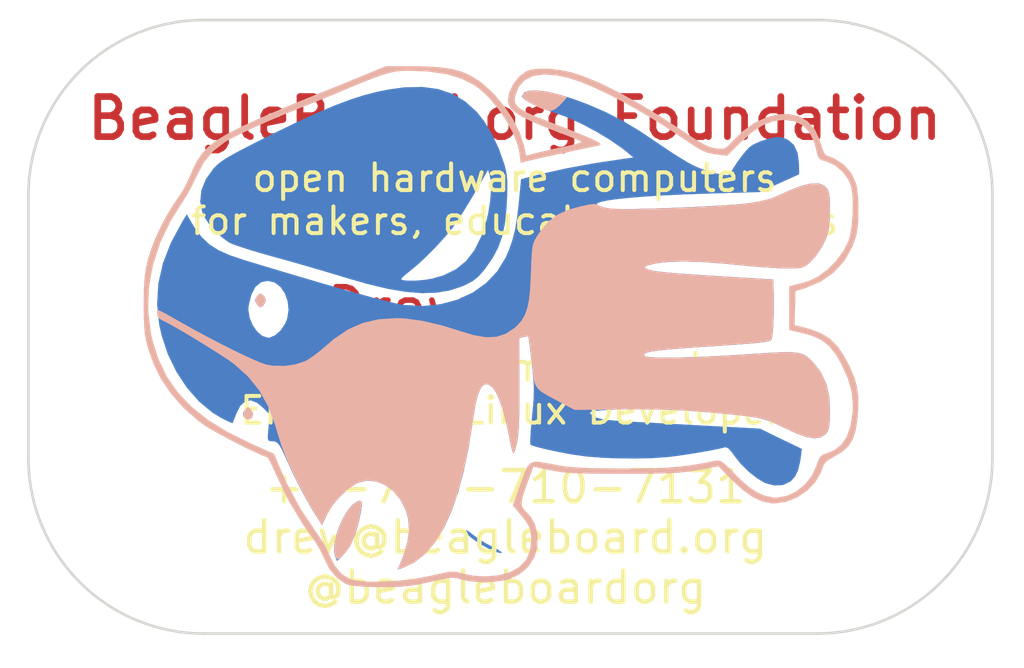
<source format=kicad_pcb>
(kicad_pcb (version 4) (host pcbnew 4.0.6)

  (general
    (links 0)
    (no_connects 0)
    (area 98.463315 86.36 177.800001 124.460001)
    (thickness 1.6)
    (drawings 429)
    (tracks 0)
    (zones 0)
    (modules 1)
    (nets 2)
  )

  (page A4)
  (title_block
    (date 2017-08-14)
  )

  (layers
    (0 Top signal)
    (1 VDD signal hide)
    (2 DigitalGND signal hide)
    (31 Bottom signal hide)
    (32 B.Adhes user hide)
    (33 F.Adhes user hide)
    (34 B.Paste user hide)
    (35 F.Paste user hide)
    (36 B.SilkS user hide)
    (37 F.SilkS user)
    (38 B.Mask user hide)
    (39 F.Mask user)
    (40 Dwgs.User user hide)
    (41 Cmts.User user hide)
    (42 Eco1.User user hide)
    (43 Eco2.User user hide)
    (44 Edge.Cuts user)
    (45 Margin user)
    (46 B.CrtYd user)
    (47 F.CrtYd user)
    (48 B.Fab user)
    (49 F.Fab user)
  )

  (setup
    (last_trace_width 0.25)
    (trace_clearance 0)
    (zone_clearance 0.1524)
    (zone_45_only no)
    (trace_min 0.1524)
    (segment_width 0.15)
    (edge_width 0.15)
    (via_size 0.8)
    (via_drill 0.4)
    (via_min_size 0.4)
    (via_min_drill 0.3)
    (uvia_size 0.3)
    (uvia_drill 0.1)
    (uvias_allowed no)
    (uvia_min_size 0.2)
    (uvia_min_drill 0.1)
    (pcb_text_width 0.3)
    (pcb_text_size 1.5 1.5)
    (mod_edge_width 0.15)
    (mod_text_size 1 1)
    (mod_text_width 0.15)
    (pad_size 1.27 1.27)
    (pad_drill 0)
    (pad_to_mask_clearance 0.0254)
    (aux_axis_origin 0 0)
    (visible_elements FFFFFF7F)
    (pcbplotparams
      (layerselection 0x0103c_ffffffff)
      (usegerberextensions false)
      (excludeedgelayer true)
      (linewidth 0.100000)
      (plotframeref false)
      (viasonmask false)
      (mode 1)
      (useauxorigin false)
      (hpglpennumber 1)
      (hpglpenspeed 20)
      (hpglpendiameter 15)
      (hpglpenoverlay 2)
      (psnegative false)
      (psa4output false)
      (plotreference true)
      (plotvalue true)
      (plotinvisibletext false)
      (padsonsilk false)
      (subtractmaskfromsilk false)
      (outputformat 1)
      (mirror false)
      (drillshape 0)
      (scaleselection 1)
      (outputdirectory plots))
  )

  (net 0 "")
  (net 1 GND)

  (net_class Default "This is the default net class."
    (clearance 0)
    (trace_width 0.25)
    (via_dia 0.8)
    (via_drill 0.4)
    (uvia_dia 0.3)
    (uvia_drill 0.1)
  )

  (module boris-board:boris (layer Bottom) (tedit 0) (tstamp 59AF2B43)
    (at 147.95 104.92 270)
    (fp_text reference G*** (at 0 0 270) (layer B.SilkS) hide
      (effects (font (thickness 0.3)) (justify mirror))
    )
    (fp_text value LOGO (at 0.75 0 270) (layer B.SilkS) hide
      (effects (font (thickness 0.3)) (justify mirror))
    )
    (fp_poly (pts (xy -0.493097 20.363911) (xy 0.084009 20.340708) (xy 0.566126 20.290395) (xy 1.007256 20.203909)
      (xy 1.461406 20.072189) (xy 1.982581 19.886171) (xy 2.2352 19.789382) (xy 3.087788 19.369297)
      (xy 3.935004 18.785046) (xy 4.734339 18.072237) (xy 5.443282 17.26648) (xy 5.74334 16.850675)
      (xy 5.914833 16.572548) (xy 6.13485 16.182971) (xy 6.385348 15.717711) (xy 6.648281 15.212537)
      (xy 6.905606 14.703217) (xy 7.139277 14.225518) (xy 7.331251 13.815208) (xy 7.463483 13.508056)
      (xy 7.517928 13.339829) (xy 7.518399 13.332122) (xy 7.606045 13.26012) (xy 7.844455 13.12883)
      (xy 8.196841 12.957156) (xy 8.610599 12.770867) (xy 10.076329 12.060583) (xy 11.371385 11.275618)
      (xy 11.954129 10.857073) (xy 12.377503 10.566484) (xy 12.845525 10.292726) (xy 13.263631 10.090664)
      (xy 13.300298 10.07603) (xy 13.923035 9.757806) (xy 14.40932 9.349845) (xy 14.732316 8.877084)
      (xy 14.810638 8.672574) (xy 14.861627 8.392117) (xy 14.901252 7.95111) (xy 14.926705 7.392022)
      (xy 14.9352 6.789184) (xy 14.928955 6.132362) (xy 14.904992 5.60549) (xy 14.855469 5.135557)
      (xy 14.772544 4.649555) (xy 14.648376 4.074473) (xy 14.639419 4.03544) (xy 14.51903 3.502329)
      (xy 14.442669 3.122051) (xy 14.406724 2.849901) (xy 14.407583 2.641174) (xy 14.441636 2.451167)
      (xy 14.496278 2.263669) (xy 14.607004 1.724684) (xy 14.652224 1.076635) (xy 14.632118 0.402751)
      (xy 14.546863 -0.213742) (xy 14.490481 -0.43957) (xy 14.207565 -1.068474) (xy 13.784287 -1.564348)
      (xy 13.246768 -1.910546) (xy 12.621126 -2.090422) (xy 11.93348 -2.087329) (xy 11.910341 -2.083963)
      (xy 11.342885 -1.944931) (xy 10.915994 -1.708766) (xy 10.719696 -1.524991) (xy 10.524725 -1.32802)
      (xy 10.343024 -1.213724) (xy 10.13127 -1.180835) (xy 9.846139 -1.228085) (xy 9.444308 -1.354208)
      (xy 9.100678 -1.47764) (xy 8.064467 -1.857199) (xy 8.265826 -2.833599) (xy 8.324273 -3.139162)
      (xy 8.370382 -3.44386) (xy 8.405549 -3.776455) (xy 8.431171 -4.16571) (xy 8.448644 -4.64039)
      (xy 8.459363 -5.229256) (xy 8.464726 -5.961072) (xy 8.466128 -6.8646) (xy 8.466106 -6.9596)
      (xy 8.464301 -7.885975) (xy 8.458585 -8.639618) (xy 8.447454 -9.250982) (xy 8.429408 -9.750523)
      (xy 8.402944 -10.168692) (xy 8.366561 -10.535944) (xy 8.318756 -10.882733) (xy 8.258027 -11.239511)
      (xy 8.2539 -11.262113) (xy 8.042771 -12.415026) (xy 8.827196 -13.192513) (xy 9.397978 -13.810473)
      (xy 9.798798 -14.373067) (xy 10.044951 -14.908414) (xy 10.151733 -15.444634) (xy 10.159007 -15.640948)
      (xy 10.066601 -16.284068) (xy 9.812441 -16.911714) (xy 9.427757 -17.479923) (xy 8.94378 -17.94473)
      (xy 8.391742 -18.262172) (xy 8.264599 -18.307758) (xy 7.980182 -18.414985) (xy 7.787198 -18.55103)
      (xy 7.624597 -18.773017) (xy 7.479866 -19.042028) (xy 7.204486 -19.499129) (xy 6.885645 -19.841301)
      (xy 6.489553 -20.085683) (xy 5.982417 -20.249415) (xy 5.330448 -20.349636) (xy 4.826 -20.388114)
      (xy 4.150659 -20.396899) (xy 3.554066 -20.330128) (xy 2.976689 -20.172203) (xy 2.358994 -19.907524)
      (xy 1.748691 -19.581804) (xy 1.200573 -19.215093) (xy 0.778059 -18.792043) (xy 0.455314 -18.273835)
      (xy 0.206508 -17.621654) (xy 0.056966 -17.039755) (xy -0.005701 -16.75671) (xy -1.953759 -16.8148)
      (xy -2.132786 -17.394154) (xy -2.501321 -18.265099) (xy -3.023383 -19.006857) (xy -3.68752 -19.608389)
      (xy -4.482279 -20.058659) (xy -5.1308 -20.283489) (xy -5.563273 -20.358609) (xy -6.123444 -20.400035)
      (xy -6.73864 -20.407857) (xy -7.336188 -20.382166) (xy -7.843414 -20.323052) (xy -8.044632 -20.279868)
      (xy -8.654572 -20.015031) (xy -9.153812 -19.586914) (xy -9.526421 -19.011982) (xy -9.689678 -18.579403)
      (xy -9.82004 -18.449923) (xy -10.106586 -18.329777) (xy -10.247513 -18.291379) (xy -10.658928 -18.154774)
      (xy -11.078785 -17.959045) (xy -11.202429 -17.886678) (xy -11.642029 -17.498763) (xy -11.925045 -17.008906)
      (xy -12.054835 -16.440503) (xy -12.034758 -15.816946) (xy -11.868171 -15.161629) (xy -11.558433 -14.497946)
      (xy -11.108902 -13.849292) (xy -10.53709 -13.251741) (xy -10.268889 -13.004276) (xy -10.122166 -12.828263)
      (xy -10.067239 -12.659359) (xy -10.074429 -12.433217) (xy -10.091254 -12.285223) (xy -10.133588 -12.055533)
      (xy -10.216778 -11.814275) (xy -10.358751 -11.526922) (xy -10.577433 -11.15895) (xy -10.890749 -10.675832)
      (xy -11.052649 -10.433593) (xy -11.92265 -9.095006) (xy -12.682714 -7.833803) (xy -13.325534 -6.663824)
      (xy -13.843807 -5.598906) (xy -14.230228 -4.652889) (xy -14.425195 -4.044105) (xy -14.558422 -3.429122)
      (xy -14.631165 -2.807024) (xy -14.642044 -2.229578) (xy -14.589681 -1.748548) (xy -14.494229 -1.453783)
      (xy -14.189615 -1.048679) (xy -13.759822 -0.711104) (xy -13.271925 -0.483292) (xy -12.831781 -0.406966)
      (xy -12.594947 -0.447452) (xy -12.368869 -0.582501) (xy -12.142803 -0.82908) (xy -11.906007 -1.204157)
      (xy -11.647736 -1.724699) (xy -11.357246 -2.407673) (xy -11.030855 -3.2512) (xy -10.849187 -3.726922)
      (xy -10.687539 -4.133497) (xy -10.561445 -4.433034) (xy -10.486439 -4.587643) (xy -10.478612 -4.598171)
      (xy -10.427554 -4.540005) (xy -10.352425 -4.320873) (xy -10.265245 -3.979779) (xy -10.212507 -3.734571)
      (xy -10.104044 -3.217835) (xy -9.984559 -2.680891) (xy -9.87574 -2.220491) (xy -9.85087 -2.121343)
      (xy -9.679024 -1.448687) (xy -10.249712 -1.323303) (xy -10.984749 -1.08301) (xy -11.755664 -0.693098)
      (xy -12.512815 -0.188276) (xy -13.206559 0.396749) (xy -13.787252 1.027268) (xy -13.974157 1.280635)
      (xy -14.256409 1.747712) (xy -14.46871 2.237457) (xy -14.619105 2.786813) (xy -14.71564 3.432724)
      (xy -14.766359 4.212135) (xy -14.779409 4.9784) (xy -14.780075 5.28814) (xy -14.528801 5.28814)
      (xy -14.479234 4.109458) (xy -14.328541 3.096879) (xy -14.073734 2.238578) (xy -13.711824 1.522725)
      (xy -13.503819 1.232047) (xy -12.98079 0.669222) (xy -12.349214 0.138617) (xy -11.655495 -0.330874)
      (xy -10.946041 -0.710358) (xy -10.267256 -0.970941) (xy -9.804643 -1.071165) (xy -9.265777 -1.138492)
      (xy -9.358421 -1.458246) (xy -9.402639 -1.635205) (xy -9.478128 -1.962586) (xy -9.576958 -2.403706)
      (xy -9.691198 -2.921886) (xy -9.812915 -3.480443) (xy -9.934179 -4.042697) (xy -10.047058 -4.571966)
      (xy -10.143622 -5.03157) (xy -10.215938 -5.384826) (xy -10.256076 -5.595055) (xy -10.2616 -5.635324)
      (xy -10.338189 -5.689164) (xy -10.349277 -5.6896) (xy -10.424301 -5.605572) (xy -10.556568 -5.350571)
      (xy -10.747955 -4.920221) (xy -11.000342 -4.310145) (xy -11.315608 -3.515966) (xy -11.623342 -2.721748)
      (xy -11.89372 -2.038284) (xy -12.118678 -1.527489) (xy -12.314391 -1.168393) (xy -12.497036 -0.940027)
      (xy -12.682788 -0.821422) (xy -12.887824 -0.791606) (xy -13.089927 -0.820541) (xy -13.613017 -1.026372)
      (xy -13.992151 -1.37337) (xy -14.226203 -1.858169) (xy -14.314048 -2.477406) (xy -14.254559 -3.227713)
      (xy -14.112084 -3.876264) (xy -13.884747 -4.563932) (xy -13.544165 -5.380148) (xy -13.105634 -6.296082)
      (xy -12.584448 -7.282904) (xy -11.995903 -8.311784) (xy -11.355293 -9.353892) (xy -10.677914 -10.380399)
      (xy -10.605833 -10.485299) (xy -10.287694 -10.954833) (xy -10.068165 -11.307524) (xy -9.924915 -11.589822)
      (xy -9.835613 -11.848173) (xy -9.777926 -12.129024) (xy -9.760855 -12.242764) (xy -9.665948 -12.912928)
      (xy -10.404322 -13.644664) (xy -10.998543 -14.304388) (xy -11.408907 -14.930555) (xy -11.647031 -15.545106)
      (xy -11.724288 -16.13785) (xy -11.647997 -16.746525) (xy -11.402048 -17.243948) (xy -10.987758 -17.628677)
      (xy -10.406443 -17.899269) (xy -10.028289 -17.996474) (xy -9.707949 -18.067899) (xy -9.528172 -18.151045)
      (xy -9.430051 -18.29639) (xy -9.354681 -18.554411) (xy -9.348477 -18.579023) (xy -9.135251 -19.05607)
      (xy -8.774406 -19.489869) (xy -8.32121 -19.825922) (xy -7.916432 -19.991087) (xy -7.464873 -20.060969)
      (xy -6.892539 -20.086244) (xy -6.266418 -20.070283) (xy -5.653496 -20.016455) (xy -5.120763 -19.92813)
      (xy -4.79516 -19.834057) (xy -4.224479 -19.53757) (xy -3.66591 -19.116038) (xy -3.16581 -18.615523)
      (xy -2.770534 -18.082086) (xy -2.534737 -17.588011) (xy -2.453436 -17.316744) (xy -2.359706 -16.975166)
      (xy -2.337852 -16.891) (xy -2.227368 -16.4592) (xy 0.272464 -16.4592) (xy 0.400168 -17.0434)
      (xy 0.592396 -17.746511) (xy 0.844146 -18.294929) (xy 1.190102 -18.735635) (xy 1.664949 -19.115612)
      (xy 2.135259 -19.3937) (xy 3.000309 -19.793547) (xy 3.80516 -20.023903) (xy 4.586693 -20.093789)
      (xy 4.927162 -20.076531) (xy 5.711458 -19.958105) (xy 6.324814 -19.754649) (xy 6.785746 -19.454593)
      (xy 7.112774 -19.046364) (xy 7.303616 -18.591397) (xy 7.388262 -18.362394) (xy 7.508705 -18.216979)
      (xy 7.722292 -18.107786) (xy 8.003786 -18.013112) (xy 8.583253 -17.744299) (xy 9.083657 -17.344641)
      (xy 9.477237 -16.851969) (xy 9.736232 -16.304117) (xy 9.832881 -15.738918) (xy 9.822177 -15.53499)
      (xy 9.722192 -15.059387) (xy 9.525494 -14.606578) (xy 9.20958 -14.139801) (xy 8.751947 -13.622294)
      (xy 8.491047 -13.3604) (xy 8.133257 -13.00758) (xy 7.899383 -12.760458) (xy 7.766779 -12.583985)
      (xy 7.712799 -12.443113) (xy 7.714795 -12.302793) (xy 7.736094 -12.192) (xy 7.875629 -11.504907)
      (xy 7.983639 -10.856937) (xy 8.063506 -10.206883) (xy 8.118612 -9.513539) (xy 8.152339 -8.735698)
      (xy 8.16807 -7.832155) (xy 8.169738 -6.9088) (xy 8.163991 -6.005773) (xy 8.151892 -5.272823)
      (xy 8.13169 -4.676879) (xy 8.101634 -4.18487) (xy 8.059972 -3.763724) (xy 8.004953 -3.380371)
      (xy 7.973346 -3.2004) (xy 7.862522 -2.612389) (xy 7.795205 -2.18883) (xy 7.79039 -1.892458)
      (xy 7.867075 -1.686008) (xy 8.044257 -1.532216) (xy 8.340932 -1.393817) (xy 8.776097 -1.233547)
      (xy 9.021319 -1.144671) (xy 10.270238 -0.686675) (xy 10.748519 -1.088941) (xy 11.135614 -1.398786)
      (xy 11.440585 -1.591943) (xy 11.724695 -1.695705) (xy 12.04921 -1.737362) (xy 12.216758 -1.742983)
      (xy 12.863573 -1.673534) (xy 13.392448 -1.438811) (xy 13.807121 -1.036268) (xy 14.111329 -0.463361)
      (xy 14.116677 -0.449172) (xy 14.265852 0.146697) (xy 14.324188 0.839567) (xy 14.290323 1.544001)
      (xy 14.162896 2.174562) (xy 14.158684 2.188058) (xy 14.090428 2.418496) (xy 14.054172 2.613847)
      (xy 14.053148 2.821769) (xy 14.09059 3.089921) (xy 14.169733 3.465961) (xy 14.276494 3.924188)
      (xy 14.418957 4.63867) (xy 14.526835 5.405571) (xy 14.598346 6.183568) (xy 14.631709 6.931341)
      (xy 14.625145 7.60757) (xy 14.576874 8.170932) (xy 14.485113 8.580108) (xy 14.477957 8.599453)
      (xy 14.190065 9.072373) (xy 13.720271 9.473536) (xy 13.080158 9.793272) (xy 13.022493 9.814841)
      (xy 12.711583 9.960232) (xy 12.317272 10.188287) (xy 11.914868 10.454773) (xy 11.8364 10.511467)
      (xy 10.475262 11.42218) (xy 9.045178 12.195266) (xy 7.909235 12.698489) (xy 7.33487 12.932439)
      (xy 6.762462 14.219057) (xy 6.110989 15.54273) (xy 5.414102 16.676734) (xy 4.660075 17.631788)
      (xy 3.837181 18.418613) (xy 2.933694 19.047927) (xy 1.937887 19.53045) (xy 0.838035 19.876902)
      (xy 0.486883 19.955732) (xy -0.801268 20.118181) (xy -2.105913 20.083558) (xy -3.411576 19.855457)
      (xy -4.702782 19.437474) (xy -5.964052 18.833206) (xy -6.915824 18.235766) (xy -7.386562 17.935749)
      (xy -7.924206 17.635377) (xy -8.423451 17.392925) (xy -8.490624 17.364278) (xy -9.290911 16.945947)
      (xy -9.937859 16.411615) (xy -10.460175 15.735555) (xy -10.622648 15.453607) (xy -10.928371 14.849577)
      (xy -11.279828 14.100779) (xy -11.656113 13.254407) (xy -12.03632 12.357656) (xy -12.399544 11.457718)
      (xy -12.450723 11.326777) (xy -12.685527 10.733596) (xy -12.96476 10.043877) (xy -13.251778 9.347406)
      (xy -13.486726 8.7884) (xy -13.820694 7.991813) (xy -14.07711 7.346879) (xy -14.265484 6.821651)
      (xy -14.395328 6.384181) (xy -14.476153 6.002519) (xy -14.517472 5.644718) (xy -14.528801 5.28814)
      (xy -14.780075 5.28814) (xy -14.7828 6.5532) (xy -14.363228 7.5692) (xy -14.205114 7.954523)
      (xy -13.98776 8.487724) (xy -13.72767 9.128127) (xy -13.441349 9.835056) (xy -13.145302 10.567835)
      (xy -12.961569 11.0236) (xy -12.649131 11.786549) (xy -12.315192 12.579823) (xy -11.980938 13.354614)
      (xy -11.667558 14.062116) (xy -11.396238 14.65352) (xy -11.282968 14.890442) (xy -10.892144 15.648681)
      (xy -10.528774 16.243979) (xy -10.162625 16.708234) (xy -9.76346 17.073344) (xy -9.301045 17.371205)
      (xy -8.745145 17.633716) (xy -8.642974 17.675589) (xy -8.199969 17.872702) (xy -7.771719 18.094403)
      (xy -7.438565 18.298496) (xy -7.390667 18.333299) (xy -6.825075 18.721007) (xy -6.151937 19.119888)
      (xy -5.457954 19.481462) (xy -4.8768 19.739013) (xy -4.268153 19.968004) (xy -3.744124 20.13468)
      (xy -3.249454 20.24856) (xy -2.728881 20.319163) (xy -2.127145 20.356009) (xy -1.388985 20.368616)
      (xy -1.2192 20.369067) (xy -0.493097 20.363911)) (layer B.SilkS) (width 0.01))
    (fp_poly (pts (xy 5.225039 14.669966) (xy 5.360913 14.531755) (xy 5.366296 14.338685) (xy 5.241385 14.191498)
      (xy 5.22409 14.184071) (xy 5.087321 14.135004) (xy 4.995075 14.150233) (xy 4.8514 14.232139)
      (xy 4.704942 14.357863) (xy 4.6736 14.428674) (xy 4.759553 14.558054) (xy 4.955315 14.656589)
      (xy 5.167734 14.683519) (xy 5.225039 14.669966)) (layer B.SilkS) (width 0.01))
    (fp_poly (pts (xy -1.300114 13.967272) (xy -1.166254 13.879395) (xy -1.036739 13.748891) (xy -1.074028 13.618587)
      (xy -1.108476 13.574595) (xy -1.301432 13.438474) (xy -1.4224 13.4112) (xy -1.631781 13.484492)
      (xy -1.736325 13.574595) (xy -1.813741 13.71893) (xy -1.728602 13.841051) (xy -1.678547 13.879395)
      (xy -1.503558 13.989977) (xy -1.4224 14.0208) (xy -1.300114 13.967272)) (layer B.SilkS) (width 0.01))
    (fp_poly (pts (xy 12.985863 9.485867) (xy 13.258828 9.40514) (xy 13.345814 9.310181) (xy 13.26172 9.156159)
      (xy 13.14013 9.021782) (xy 12.667828 8.640839) (xy 12.042595 8.338329) (xy 11.25021 8.10869)
      (xy 10.44616 7.968194) (xy 10.161169 7.936242) (xy 10.030668 7.953656) (xy 10.008617 8.036946)
      (xy 10.026524 8.118683) (xy 10.189386 8.39656) (xy 10.508363 8.68252) (xy 10.938435 8.955763)
      (xy 11.43458 9.19549) (xy 11.951777 9.380901) (xy 12.445005 9.491197) (xy 12.869242 9.505579)
      (xy 12.985863 9.485867)) (layer B.SilkS) (width 0.01))
    (fp_poly (pts (xy -12.991959 -1.264693) (xy -12.799942 -1.475878) (xy -12.614487 -1.8034) (xy -12.391371 -2.270585)
      (xy -12.267913 -2.606781) (xy -12.242611 -2.857228) (xy -12.313959 -3.067163) (xy -12.480454 -3.281826)
      (xy -12.562464 -3.368021) (xy -12.785969 -3.585996) (xy -12.952029 -3.728005) (xy -13.006843 -3.7592)
      (xy -13.058154 -3.668009) (xy -13.136629 -3.426995) (xy -13.22671 -3.084989) (xy -13.241526 -3.0226)
      (xy -13.368413 -2.374811) (xy -13.405926 -1.885758) (xy -13.354999 -1.532149) (xy -13.306026 -1.41572)
      (xy -13.158348 -1.245933) (xy -12.991959 -1.264693)) (layer B.SilkS) (width 0.01))
    (fp_poly (pts (xy -0.665339 19.608801) (xy -0.453443 19.55138) (xy -0.30152 19.347974) (xy -0.270431 19.278601)
      (xy -0.145093 19.024311) (xy 0.06886 18.636322) (xy 0.349163 18.151214) (xy 0.673553 17.605571)
      (xy 1.019764 17.035974) (xy 1.365533 16.479007) (xy 1.688595 15.97125) (xy 1.966686 15.549286)
      (xy 2.177542 15.249698) (xy 2.197958 15.222812) (xy 2.912943 14.421734) (xy 3.71843 13.772518)
      (xy 4.641556 13.257833) (xy 5.709458 12.86035) (xy 6.0452 12.765822) (xy 6.883784 12.500925)
      (xy 7.824813 12.128513) (xy 8.815447 11.672135) (xy 9.802848 11.155343) (xy 10.297033 10.870818)
      (xy 11.39077 10.219295) (xy 10.736487 9.889447) (xy 10.225852 9.569037) (xy 9.731851 9.148745)
      (xy 9.309411 8.682805) (xy 9.01346 8.225447) (xy 8.981504 8.156664) (xy 8.853705 7.627448)
      (xy 8.907455 7.090732) (xy 9.12404 6.573446) (xy 9.484746 6.102516) (xy 9.970859 5.70487)
      (xy 10.563665 5.407436) (xy 10.97719 5.285027) (xy 11.632847 5.222724) (xy 12.360944 5.317748)
      (xy 13.183464 5.5733) (xy 13.315842 5.625473) (xy 13.926307 5.872051) (xy 13.858917 5.653826)
      (xy 13.547994 4.963384) (xy 13.058461 4.331815) (xy 12.387894 3.75797) (xy 11.533871 3.240697)
      (xy 10.493971 2.778846) (xy 9.265771 2.371267) (xy 7.846849 2.016808) (xy 6.234782 1.714319)
      (xy 5.2595 1.56894) (xy 4.493826 1.442204) (xy 3.92611 1.29713) (xy 3.55168 1.130548)
      (xy 3.36586 0.939291) (xy 3.363976 0.720188) (xy 3.541355 0.470073) (xy 3.5814 0.431304)
      (xy 3.848023 0.25905) (xy 4.278356 0.07257) (xy 4.834669 -0.115664) (xy 5.479231 -0.293179)
      (xy 6.174315 -0.447504) (xy 6.328129 -0.476711) (xy 6.745285 -0.55942) (xy 7.075201 -0.636202)
      (xy 7.275156 -0.696454) (xy 7.3152 -0.721657) (xy 7.224373 -0.77437) (xy 6.987116 -0.849876)
      (xy 6.6802 -0.925917) (xy 6.383338 -0.975016) (xy 5.979551 -1.011729) (xy 5.447631 -1.036881)
      (xy 4.766367 -1.0513) (xy 3.914553 -1.055814) (xy 3.385933 -1.054471) (xy 0.726667 -1.042142)
      (xy 0.663188 -1.295059) (xy 0.62591 -1.493938) (xy 0.630055 -1.575058) (xy 0.736389 -1.595602)
      (xy 1.007612 -1.63346) (xy 1.406621 -1.683828) (xy 1.896313 -1.741898) (xy 2.079801 -1.762874)
      (xy 2.655595 -1.827139) (xy 3.073233 -1.887311) (xy 3.374136 -1.971617) (xy 3.599724 -2.108285)
      (xy 3.791417 -2.325543) (xy 3.990636 -2.651619) (xy 4.238801 -3.11474) (xy 4.338253 -3.302)
      (xy 4.826 -4.2164) (xy 4.790742 -6.86239) (xy 4.782727 -7.938496) (xy 4.791163 -8.904828)
      (xy 4.818839 -9.815266) (xy 4.868547 -10.723691) (xy 4.943077 -11.68398) (xy 5.045221 -12.750014)
      (xy 5.143054 -13.664249) (xy 5.208691 -14.236078) (xy 5.269721 -14.663145) (xy 5.34229 -15.002826)
      (xy 5.442547 -15.312495) (xy 5.586637 -15.649529) (xy 5.790709 -16.071302) (xy 5.859364 -16.209518)
      (xy 6.177346 -16.900357) (xy 6.370718 -17.453927) (xy 6.442635 -17.890968) (xy 6.396249 -18.23222)
      (xy 6.234713 -18.498423) (xy 6.211076 -18.522989) (xy 6.071675 -18.633795) (xy 5.888652 -18.705368)
      (xy 5.612435 -18.748982) (xy 5.193451 -18.775909) (xy 5.077912 -18.780685) (xy 4.142277 -18.748489)
      (xy 3.3399 -18.571081) (xy 2.658284 -18.244831) (xy 2.299116 -17.973519) (xy 2.05199 -17.753082)
      (xy 1.859573 -17.559513) (xy 1.716836 -17.365177) (xy 1.618751 -17.14244) (xy 1.560288 -16.863667)
      (xy 1.53642 -16.501223) (xy 1.542116 -16.027473) (xy 1.572349 -15.414784) (xy 1.62209 -14.63552)
      (xy 1.640714 -14.35537) (xy 1.712116 -13.20802) (xy 1.769061 -12.138533) (xy 1.811221 -11.163434)
      (xy 1.838269 -10.299254) (xy 1.849878 -9.562517) (xy 1.845721 -8.969753) (xy 1.825472 -8.537489)
      (xy 1.788803 -8.282251) (xy 1.762012 -8.223802) (xy 1.682557 -8.175394) (xy 1.612437 -8.210111)
      (xy 1.549342 -8.343125) (xy 1.490965 -8.589609) (xy 1.434999 -8.964737) (xy 1.379135 -9.48368)
      (xy 1.321067 -10.161611) (xy 1.258487 -11.013704) (xy 1.196326 -11.943153) (xy 1.133559 -12.890507)
      (xy 1.079489 -13.65395) (xy 1.03206 -14.252486) (xy 0.989214 -14.705119) (xy 0.948891 -15.030853)
      (xy 0.909035 -15.248693) (xy 0.867588 -15.377641) (xy 0.822491 -15.436703) (xy 0.8177 -15.439498)
      (xy 0.624525 -15.487503) (xy 0.266684 -15.526683) (xy -0.21741 -15.555174) (xy -0.789341 -15.571109)
      (xy -1.410694 -15.572624) (xy -1.786732 -15.565952) (xy -2.608263 -15.5448) (xy -2.734829 -13.4366)
      (xy -2.804545 -12.296309) (xy -2.865918 -11.34168) (xy -2.920416 -10.555411) (xy -2.969506 -9.9202)
      (xy -3.014655 -9.418747) (xy -3.057333 -9.033749) (xy -3.099006 -8.747906) (xy -3.141142 -8.543915)
      (xy -3.153883 -8.496818) (xy -3.24272 -8.259065) (xy -3.32503 -8.202125) (xy -3.407125 -8.33226)
      (xy -3.49532 -8.655737) (xy -3.54168 -8.881544) (xy -3.624613 -9.553606) (xy -3.649882 -10.41228)
      (xy -3.61744 -11.459874) (xy -3.527245 -12.698693) (xy -3.4531 -13.461458) (xy -3.387015 -14.144167)
      (xy -3.330003 -14.830556) (xy -3.28589 -15.4666) (xy -3.258501 -15.998273) (xy -3.2512 -16.31337)
      (xy -3.25434 -16.753269) (xy -3.27399 -17.047221) (xy -3.325497 -17.252478) (xy -3.424208 -17.426289)
      (xy -3.585469 -17.625905) (xy -3.611065 -17.655845) (xy -3.954462 -17.973835) (xy -4.410353 -18.28165)
      (xy -4.648544 -18.409854) (xy -4.979502 -18.564007) (xy -5.261389 -18.664186) (xy -5.55896 -18.723877)
      (xy -5.936972 -18.756569) (xy -6.39688 -18.773978) (xy -7.007661 -18.777729) (xy -7.435104 -18.747702)
      (xy -7.696464 -18.682566) (xy -7.718168 -18.671967) (xy -7.970423 -18.456258) (xy -8.093573 -18.136614)
      (xy -8.086708 -17.701982) (xy -7.948914 -17.141308) (xy -7.679281 -16.443542) (xy -7.502366 -16.055843)
      (xy -7.354235 -15.720843) (xy -7.228595 -15.37692) (xy -7.122559 -15.002026) (xy -7.033238 -14.574114)
      (xy -6.957742 -14.071139) (xy -6.893185 -13.471052) (xy -6.836676 -12.751808) (xy -6.785328 -11.891359)
      (xy -6.736251 -10.86766) (xy -6.696129 -9.902338) (xy -6.657016 -8.811523) (xy -6.634353 -7.907747)
      (xy -6.628695 -7.175471) (xy -6.640595 -6.599155) (xy -6.670606 -6.163262) (xy -6.719282 -5.852253)
      (xy -6.787175 -5.650589) (xy -6.850691 -5.562076) (xy -6.907827 -5.463409) (xy -6.917687 -5.28945)
      (xy -6.877866 -4.999149) (xy -6.793498 -4.585847) (xy -6.585934 -3.835961) (xy -6.308832 -3.236974)
      (xy -5.928779 -2.739819) (xy -5.412364 -2.295433) (xy -5.08 -2.069655) (xy -4.902635 -1.961417)
      (xy -4.737472 -1.882532) (xy -4.547347 -1.826926) (xy -4.295098 -1.788528) (xy -3.943561 -1.761265)
      (xy -3.455571 -1.739064) (xy -2.9464 -1.721018) (xy -2.132632 -1.681038) (xy -1.488981 -1.616426)
      (xy -0.982911 -1.517413) (xy -0.581884 -1.374229) (xy -0.253362 -1.177104) (xy 0.035192 -0.916269)
      (xy 0.146255 -0.792441) (xy 0.478229 -0.299848) (xy 0.656508 0.238471) (xy 0.68343 0.848904)
      (xy 0.561331 1.557839) (xy 0.401398 2.089142) (xy 0.009134 3.355468) (xy -0.252998 4.47567)
      (xy -0.386767 5.458197) (xy -0.406269 5.947654) (xy -0.339237 6.975818) (xy -0.127328 7.888041)
      (xy 0.245201 8.725276) (xy 0.794097 9.528475) (xy 1.114109 9.902157) (xy 1.443664 10.287824)
      (xy 1.745037 10.680846) (xy 1.972781 11.02024) (xy 2.0453 11.151716) (xy 2.231518 11.706955)
      (xy 2.32079 12.357057) (xy 2.305471 13.014362) (xy 2.24023 13.386515) (xy 2.140958 13.677414)
      (xy 1.956608 14.115165) (xy 1.701983 14.669662) (xy 1.391885 15.3108) (xy 1.041116 16.008471)
      (xy 0.664477 16.73257) (xy 0.276772 17.452991) (xy -0.029901 18.003777) (xy -0.354085 18.575361)
      (xy -0.589362 18.993086) (xy -0.745209 19.280887) (xy -0.831104 19.462701) (xy -0.856521 19.562463)
      (xy -0.830939 19.60411) (xy -0.763832 19.611577) (xy -0.665339 19.608801)) (layer B.SilkS) (width 0.01))
    (fp_poly (pts (xy 0.175141 19.464399) (xy 0.624643 19.347716) (xy 1.152717 19.174737) (xy 1.707923 18.963046)
      (xy 2.23882 18.730226) (xy 2.484654 18.608494) (xy 3.247129 18.139391) (xy 3.970689 17.558321)
      (xy 4.608275 16.909885) (xy 5.11283 16.238683) (xy 5.269172 15.969441) (xy 5.430085 15.652194)
      (xy 5.538729 15.414731) (xy 5.573787 15.304001) (xy 5.572373 15.301668) (xy 5.464942 15.254664)
      (xy 5.229082 15.162711) (xy 5.054429 15.097159) (xy 4.599205 14.866324) (xy 4.340085 14.587151)
      (xy 4.278437 14.265085) (xy 4.415629 13.905569) (xy 4.675489 13.588605) (xy 5.083779 13.180315)
      (xy 5.843889 13.249195) (xy 6.604 13.318074) (xy 6.604 13.009037) (xy 6.594013 12.834546)
      (xy 6.537947 12.741904) (xy 6.396638 12.723913) (xy 6.130924 12.773372) (xy 5.7912 12.859613)
      (xy 5.431815 12.975858) (xy 4.977694 13.153585) (xy 4.513614 13.359061) (xy 4.406256 13.410674)
      (xy 3.858235 13.720022) (xy 3.342021 14.103263) (xy 2.838783 14.581404) (xy 2.329692 15.175455)
      (xy 1.795917 15.906425) (xy 1.218627 16.795323) (xy 0.892666 17.330822) (xy 0.492564 18.00147)
      (xy 0.187815 18.518133) (xy -0.031127 18.900851) (xy -0.173814 19.169664) (xy -0.249794 19.344615)
      (xy -0.268616 19.445743) (xy -0.23983 19.493091) (xy -0.172984 19.506698) (xy -0.144351 19.5072)
      (xy 0.175141 19.464399)) (layer B.Mask) (width 0.01))
    (fp_poly (pts (xy -6.714445 17.099438) (xy -6.136667 16.868528) (xy -5.548026 16.446567) (xy -5.416804 16.329427)
      (xy -5.167017 16.083004) (xy -4.956748 15.829194) (xy -4.772931 15.538773) (xy -4.602505 15.182516)
      (xy -4.432407 14.731199) (xy -4.249573 14.155598) (xy -4.040941 13.426488) (xy -3.917342 12.974852)
      (xy -3.696419 12.175298) (xy -3.441915 11.279626) (xy -3.176148 10.364818) (xy -2.921434 9.507852)
      (xy -2.740037 8.913788) (xy -2.347699 7.548996) (xy -2.067967 6.335791) (xy -1.899982 5.257191)
      (xy -1.842886 4.296212) (xy -1.895821 3.43587) (xy -2.05793 2.659182) (xy -2.328353 1.949164)
      (xy -2.382591 1.838687) (xy -2.631076 1.480239) (xy -3.013582 1.08398) (xy -3.478796 0.695422)
      (xy -3.975407 0.360075) (xy -4.17438 0.24946) (xy -4.735021 0.0266) (xy -5.455925 -0.153487)
      (xy -6.297163 -0.282853) (xy -7.20041 -0.352788) (xy -7.76171 -0.372331) (xy -8.179139 -0.37223)
      (xy -8.511526 -0.347067) (xy -8.817702 -0.291424) (xy -9.156497 -0.199883) (xy -9.286004 -0.160714)
      (xy -10.437833 0.267134) (xy -11.410057 0.789219) (xy -12.203741 1.406781) (xy -12.819949 2.121058)
      (xy -13.259746 2.933291) (xy -13.524198 3.844719) (xy -13.614367 4.856581) (xy -13.6144 4.877359)
      (xy -13.577828 5.626592) (xy -13.464387 6.423725) (xy -13.268489 7.285227) (xy -12.984547 8.227568)
      (xy -12.606973 9.26722) (xy -12.13018 10.420651) (xy -11.54858 11.704333) (xy -10.856585 13.134735)
      (xy -10.720257 13.40829) (xy -10.267379 14.29814) (xy -9.879056 15.02122) (xy -9.539831 15.597545)
      (xy -9.234245 16.04713) (xy -8.946841 16.389987) (xy -8.66216 16.646133) (xy -8.364745 16.83558)
      (xy -8.039138 16.978344) (xy -7.934918 17.01464) (xy -7.305736 17.145931) (xy -6.714445 17.099438)) (layer B.Mask) (width 0.01))
    (fp_poly (pts (xy 13.092878 2.593371) (xy 13.276988 2.370416) (xy 13.381039 2.222236) (xy 13.593412 1.759839)
      (xy 13.668971 1.258646) (xy 13.623665 0.750684) (xy 13.47344 0.267984) (xy 13.234247 -0.157426)
      (xy 12.922033 -0.493516) (xy 12.552748 -0.708256) (xy 12.142338 -0.769619) (xy 11.91179 -0.728466)
      (xy 11.650272 -0.593375) (xy 11.326897 -0.343875) (xy 10.97818 -0.019207) (xy 10.640632 0.34139)
      (xy 10.350767 0.698672) (xy 10.145099 1.013401) (xy 10.060142 1.246333) (xy 10.059665 1.262019)
      (xy 10.148578 1.346549) (xy 10.383966 1.475055) (xy 10.720693 1.623867) (xy 10.837988 1.670187)
      (xy 11.615045 1.968774) (xy 11.908919 1.619387) (xy 12.099638 1.353828) (xy 12.328233 0.979773)
      (xy 12.548304 0.573626) (xy 12.568446 0.5334) (xy 12.771411 0.149408) (xy 12.928144 -0.099074)
      (xy 13.027391 -0.200415) (xy 13.057896 -0.142984) (xy 13.010933 0.0762) (xy 12.762031 0.735116)
      (xy 12.398377 1.343148) (xy 12.209612 1.593359) (xy 11.79169 2.119918) (xy 12.308465 2.437894)
      (xy 12.606759 2.600154) (xy 12.849505 2.694378) (xy 12.961059 2.70375) (xy 13.092878 2.593371)) (layer B.Mask) (width 0.01))
    (fp_poly (pts (xy 0.082969 17.7546) (xy 0.442987 17.0965) (xy 0.814281 16.402554) (xy 1.168382 15.727023)
      (xy 1.476825 15.124167) (xy 1.695397 14.6812) (xy 1.931967 14.18327) (xy 2.094137 13.817033)
      (xy 2.195936 13.531234) (xy 2.251394 13.274618) (xy 2.27454 12.995929) (xy 2.279406 12.643911)
      (xy 2.279414 12.5476) (xy 2.253698 11.982444) (xy 2.162744 11.503286) (xy 1.984967 11.06216)
      (xy 1.698781 10.611101) (xy 1.2826 10.102142) (xy 1.07538 9.872133) (xy 0.435618 9.073844)
      (xy -0.017541 8.26205) (xy -0.299181 7.398507) (xy -0.424388 6.444969) (xy -0.434082 6.0452)
      (xy -0.422162 5.524941) (xy -0.381907 5.042588) (xy -0.304458 4.553814) (xy -0.180957 4.014292)
      (xy -0.002545 3.379698) (xy 0.239636 2.605703) (xy 0.275329 2.495417) (xy 0.490072 1.795542)
      (xy 0.625096 1.240321) (xy 0.681962 0.788172) (xy 0.66223 0.397513) (xy 0.567459 0.026762)
      (xy 0.399211 -0.365665) (xy 0.383834 -0.396808) (xy 0.095992 -0.826656) (xy -0.303707 -1.165332)
      (xy -0.831643 -1.418693) (xy -1.504197 -1.592595) (xy -2.337752 -1.692896) (xy -3.332281 -1.725435)
      (xy -3.85642 -1.727834) (xy -4.225113 -1.739415) (xy -4.486111 -1.769371) (xy -4.687169 -1.826898)
      (xy -4.87604 -1.921189) (xy -5.100475 -2.061437) (xy -5.110281 -2.067755) (xy -5.604268 -2.41753)
      (xy -5.992011 -2.7773) (xy -6.294971 -3.184159) (xy -6.534606 -3.6752) (xy -6.732376 -4.287516)
      (xy -6.90974 -5.058202) (xy -6.945806 -5.240555) (xy -7.066628 -5.891443) (xy -7.166922 -6.502432)
      (xy -7.249587 -7.106237) (xy -7.317523 -7.735574) (xy -7.37363 -8.423158) (xy -7.420806 -9.201706)
      (xy -7.461953 -10.103933) (xy -7.49997 -11.162555) (xy -7.516098 -11.674709) (xy -7.61091 -14.7828)
      (xy -8.613478 -17.018) (xy -9.056539 -17.041325) (xy -9.441924 -17.022341) (xy -9.822273 -16.945595)
      (xy -9.881563 -16.925967) (xy -10.255974 -16.761705) (xy -10.487559 -16.56911) (xy -10.634725 -16.291648)
      (xy -10.680543 -16.1526) (xy -10.733577 -15.909685) (xy -10.729752 -15.663797) (xy -10.66265 -15.344946)
      (xy -10.580329 -15.059705) (xy -10.380939 -14.549949) (xy -10.104082 -14.133967) (xy -9.711441 -13.768759)
      (xy -9.164699 -13.411322) (xy -9.056962 -13.350077) (xy -8.530731 -13.0556) (xy -8.596072 -12.5984)
      (xy -8.677819 -12.14418) (xy -8.797236 -11.712976) (xy -8.969714 -11.273673) (xy -9.210644 -10.79516)
      (xy -9.53542 -10.246321) (xy -9.959432 -9.596044) (xy -10.396742 -8.958439) (xy -11.215368 -7.712025)
      (xy -11.890237 -6.524455) (xy -12.448966 -5.345389) (xy -12.655832 -4.840122) (xy -13.048025 -3.838244)
      (xy -12.672305 -3.493922) (xy -12.439076 -3.295276) (xy -12.261329 -3.170871) (xy -12.207296 -3.1496)
      (xy -12.123811 -3.236351) (xy -12.008211 -3.458176) (xy -11.936847 -3.6322) (xy -11.609108 -4.397609)
      (xy -11.18873 -5.218469) (xy -10.714434 -6.027649) (xy -10.224941 -6.758015) (xy -9.87121 -7.2136)
      (xy -9.571298 -7.5692) (xy -9.502087 -7.0612) (xy -9.251645 -5.385947) (xy -8.975478 -3.86218)
      (xy -8.663697 -2.438803) (xy -8.425338 -1.4986) (xy -8.351803 -1.267688) (xy -8.250407 -1.155833)
      (xy -8.055118 -1.119494) (xy -7.844684 -1.115738) (xy -7.349147 -1.089065) (xy -6.729984 -1.0198)
      (xy -6.059478 -0.9193) (xy -5.409914 -0.798919) (xy -4.853573 -0.670013) (xy -4.666272 -0.616426)
      (xy -3.806652 -0.25774) (xy -3.028351 0.24802) (xy -2.367288 0.871656) (xy -1.859383 1.583972)
      (xy -1.783022 1.7272) (xy -1.35634 2.789145) (xy -1.129322 3.887639) (xy -1.1028 5.017322)
      (xy -1.173774 5.648727) (xy -1.237999 5.965226) (xy -1.353013 6.44179) (xy -1.511633 7.053889)
      (xy -1.706676 7.776992) (xy -1.930959 8.58657) (xy -2.177301 9.458091) (xy -2.438517 10.367026)
      (xy -2.707425 11.288844) (xy -2.976843 12.199014) (xy -3.239586 13.073008) (xy -3.319732 13.3349)
      (xy -2.52416 13.3349) (xy -2.446899 12.951617) (xy -2.226739 12.616898) (xy -1.893685 12.349578)
      (xy -1.477743 12.168492) (xy -1.008916 12.092473) (xy -0.51721 12.140356) (xy -0.107157 12.290766)
      (xy 0.283946 12.552515) (xy 0.567499 12.866133) (xy 0.704431 13.185125) (xy 0.7112 13.264707)
      (xy 0.621238 13.561813) (xy 0.381577 13.868198) (xy 0.037553 14.136121) (xy -0.252627 14.279676)
      (xy -0.705423 14.380899) (xy -1.196817 14.375947) (xy -1.672949 14.277983) (xy -2.07996 14.10017)
      (xy -2.363992 13.855668) (xy -2.428519 13.747914) (xy -2.52416 13.3349) (xy -3.319732 13.3349)
      (xy -3.488474 13.886293) (xy -3.716322 14.61434) (xy -3.915948 15.232619) (xy -4.080169 15.716599)
      (xy -4.201803 16.041749) (xy -4.245606 16.139462) (xy -4.457064 16.445049) (xy -4.788037 16.805226)
      (xy -5.184078 17.169568) (xy -5.590743 17.487649) (xy -5.924861 17.694757) (xy -6.336485 17.904751)
      (xy -5.936843 18.151521) (xy -4.97942 18.680021) (xy -4.002396 19.102884) (xy -3.046739 19.406266)
      (xy -2.153417 19.57632) (xy -1.624655 19.6088) (xy -0.945013 19.6088) (xy 0.082969 17.7546)) (layer B.Mask) (width 0.01))
    (fp_poly (pts (xy 6.800643 -1.699709) (xy 6.818774 -1.706035) (xy 6.87926 -1.850509) (xy 6.966797 -2.162118)
      (xy 7.073716 -2.607783) (xy 7.192347 -3.154427) (xy 7.315022 -3.768972) (xy 7.389025 -4.1656)
      (xy 7.499433 -4.993553) (xy 7.564093 -5.970149) (xy 7.584693 -7.046448) (xy 7.562923 -8.173506)
      (xy 7.500473 -9.302384) (xy 7.39903 -10.384138) (xy 7.260284 -11.369827) (xy 7.115518 -12.0904)
      (xy 7.016162 -12.508064) (xy 6.9703 -12.778916) (xy 6.99262 -12.9556) (xy 7.097811 -13.090764)
      (xy 7.300561 -13.237055) (xy 7.465789 -13.345851) (xy 7.909952 -13.698461) (xy 8.348335 -14.145022)
      (xy 8.726007 -14.622627) (xy 8.988034 -15.068374) (xy 9.006167 -15.109736) (xy 9.138005 -15.622404)
      (xy 9.105612 -16.106551) (xy 8.913038 -16.513486) (xy 8.886675 -16.546222) (xy 8.625016 -16.784211)
      (xy 8.278667 -16.952367) (xy 7.800082 -17.070393) (xy 7.516365 -17.114096) (xy 7.057131 -17.175842)
      (xy 5.895599 -14.7828) (xy 5.741844 -11.8872) (xy 5.696554 -11.033225) (xy 5.649764 -10.149099)
      (xy 5.604033 -9.283305) (xy 5.561919 -8.484326) (xy 5.525982 -7.800644) (xy 5.503227 -7.366)
      (xy 5.46808 -6.741032) (xy 5.433372 -6.279305) (xy 5.392458 -5.940985) (xy 5.338698 -5.686235)
      (xy 5.265448 -5.475221) (xy 5.166065 -5.268107) (xy 5.147582 -5.233208) (xy 4.996298 -4.915204)
      (xy 4.89757 -4.641281) (xy 4.875807 -4.522008) (xy 4.822799 -4.279523) (xy 4.678067 -3.908021)
      (xy 4.460654 -3.448842) (xy 4.189603 -2.943323) (xy 3.998278 -2.617037) (xy 3.823223 -2.314372)
      (xy 3.707727 -2.086173) (xy 3.675833 -1.980123) (xy 3.676636 -1.979096) (xy 3.796172 -1.947143)
      (xy 4.07315 -1.906679) (xy 4.464479 -1.861449) (xy 4.927066 -1.815199) (xy 5.417819 -1.771674)
      (xy 5.893646 -1.734617) (xy 6.311453 -1.707774) (xy 6.62815 -1.69489) (xy 6.800643 -1.699709)) (layer B.Mask) (width 0.01))
    (fp_poly (pts (xy -1.300114 13.967272) (xy -1.166254 13.879395) (xy -1.036739 13.748891) (xy -1.074028 13.618587)
      (xy -1.108476 13.574595) (xy -1.301432 13.438474) (xy -1.4224 13.4112) (xy -1.631781 13.484492)
      (xy -1.736325 13.574595) (xy -1.813741 13.71893) (xy -1.728602 13.841051) (xy -1.678547 13.879395)
      (xy -1.503558 13.989977) (xy -1.4224 14.0208) (xy -1.300114 13.967272)) (layer Bottom) (width 0.01))
    (fp_poly (pts (xy 5.17027 14.684796) (xy 5.338686 14.55503) (xy 5.376973 14.368662) (xy 5.275997 14.210676)
      (xy 5.22409 14.184071) (xy 5.080296 14.133518) (xy 4.983808 14.15209) (xy 4.829082 14.261865)
      (xy 4.820018 14.268591) (xy 4.685902 14.392704) (xy 4.715097 14.50318) (xy 4.78927 14.583833)
      (xy 5.027612 14.702104) (xy 5.17027 14.684796)) (layer Bottom) (width 0.01))
    (fp_poly (pts (xy 13.147499 9.453054) (xy 13.442598 9.340292) (xy 13.147499 9.029472) (xy 12.629338 8.621857)
      (xy 11.93387 8.300492) (xy 11.148878 8.085317) (xy 10.644815 7.986084) (xy 10.309081 7.936153)
      (xy 10.112595 7.936664) (xy 10.026277 7.988757) (xy 10.021046 8.093572) (xy 10.029276 8.129205)
      (xy 10.195053 8.413055) (xy 10.51801 8.699477) (xy 10.953278 8.969423) (xy 11.455992 9.203843)
      (xy 11.981283 9.38369) (xy 12.484285 9.489915) (xy 12.92013 9.50347) (xy 13.147499 9.453054)) (layer Bottom) (width 0.01))
    (fp_poly (pts (xy 11.877798 1.946177) (xy 12.090372 1.718654) (xy 12.328562 1.394349) (xy 12.564977 1.018182)
      (xy 12.772228 0.635073) (xy 12.922926 0.28994) (xy 12.989681 0.027704) (xy 12.986032 -0.047199)
      (xy 12.932052 -0.032136) (xy 12.818013 0.134512) (xy 12.666389 0.418648) (xy 12.631688 0.490446)
      (xy 12.409449 0.906563) (xy 12.150663 1.317091) (xy 11.937971 1.6002) (xy 11.730984 1.867332)
      (xy 11.676911 2.008785) (xy 11.718229 2.032) (xy 11.877798 1.946177)) (layer Bottom) (width 0.01))
    (fp_poly (pts (xy -6.437758 17.020595) (xy -6.184231 16.909487) (xy -5.79302 16.649662) (xy -5.371549 16.279996)
      (xy -4.989288 15.867689) (xy -4.726961 15.499845) (xy -4.628783 15.27742) (xy -4.4918 14.894891)
      (xy -4.327804 14.388955) (xy -4.148584 13.796307) (xy -3.965932 13.153644) (xy -3.925269 13.0048)
      (xy -3.704492 12.20631) (xy -3.449093 11.308311) (xy -3.181935 10.389628) (xy -2.92588 9.529088)
      (xy -2.753441 8.964616) (xy -2.368419 7.636586) (xy -2.088275 6.46239) (xy -1.911812 5.422545)
      (xy -1.837833 4.497567) (xy -1.865145 3.667973) (xy -1.992549 2.914279) (xy -2.218851 2.217004)
      (xy -2.324452 1.975716) (xy -2.532865 1.590305) (xy -2.780855 1.279473) (xy -3.129988 0.970523)
      (xy -3.262149 0.868476) (xy -3.856501 0.458547) (xy -4.440772 0.149072) (xy -5.060314 -0.07402)
      (xy -5.760482 -0.224801) (xy -6.586631 -0.31734) (xy -7.196993 -0.352271) (xy -7.777275 -0.371299)
      (xy -8.212502 -0.369008) (xy -8.560116 -0.340962) (xy -8.877561 -0.282723) (xy -9.1948 -0.197942)
      (xy -10.058737 0.106308) (xy -10.885306 0.493175) (xy -11.272861 0.725798) (xy -8.873115 0.725798)
      (xy -8.525958 0.619531) (xy -8.142737 0.559465) (xy -7.622929 0.55778) (xy -7.023318 0.610425)
      (xy -6.400686 0.713348) (xy -6.042947 0.796693) (xy -5.078377 1.107954) (xy -4.291999 1.495741)
      (xy -3.668625 1.974164) (xy -3.193072 2.557333) (xy -2.850152 3.259359) (xy -2.654834 3.944952)
      (xy -2.594745 4.311274) (xy -2.557196 4.713676) (xy -2.542916 5.102105) (xy -2.552634 5.426508)
      (xy -2.587081 5.636832) (xy -2.629394 5.6896) (xy -2.731899 5.614313) (xy -2.912806 5.417426)
      (xy -3.121615 5.1562) (xy -3.485474 4.718841) (xy -3.959764 4.212044) (xy -4.49176 3.687492)
      (xy -5.028734 3.196868) (xy -5.517961 2.791852) (xy -5.588 2.738659) (xy -5.956749 2.478344)
      (xy -6.440775 2.164335) (xy -7.057818 1.785658) (xy -7.825619 1.331342) (xy -8.424358 0.984274)
      (xy -8.873115 0.725798) (xy -11.272861 0.725798) (xy -11.617945 0.932928) (xy -12.165895 1.363737)
      (xy -12.763778 2.024281) (xy -13.199216 2.756211) (xy -13.47617 3.574826) (xy -13.598599 4.49543)
      (xy -13.570461 5.533323) (xy -13.459147 6.362092) (xy -13.316768 7.069152) (xy -13.125841 7.798592)
      (xy -12.877636 8.572771) (xy -12.563419 9.414048) (xy -12.17446 10.344783) (xy -11.702027 11.387335)
      (xy -11.137388 12.564065) (xy -10.669558 13.505542) (xy -10.289889 14.256348) (xy -9.983737 14.848789)
      (xy -9.736319 15.307509) (xy -9.532849 15.657154) (xy -9.358543 15.922368) (xy -9.198617 16.127798)
      (xy -9.038287 16.298089) (xy -8.938524 16.391153) (xy -8.334528 16.82449) (xy -7.700419 17.076851)
      (xy -7.060171 17.143723) (xy -6.437758 17.020595)) (layer Bottom) (width 0.01))
    (fp_poly (pts (xy -0.036085 19.483214) (xy 0.572318 19.348728) (xy 1.64917 18.98988) (xy 2.656903 18.499588)
      (xy 3.567076 17.898317) (xy 4.351244 17.206532) (xy 4.980965 16.444695) (xy 5.269172 15.969441)
      (xy 5.430085 15.652194) (xy 5.538729 15.414731) (xy 5.573787 15.304001) (xy 5.572373 15.301668)
      (xy 5.464942 15.254664) (xy 5.229082 15.162711) (xy 5.054429 15.097159) (xy 4.599205 14.866324)
      (xy 4.340085 14.587151) (xy 4.278437 14.265085) (xy 4.415629 13.905569) (xy 4.675489 13.588605)
      (xy 5.083779 13.180315) (xy 5.843889 13.249195) (xy 6.230195 13.281357) (xy 6.456904 13.284673)
      (xy 6.566669 13.24996) (xy 6.602138 13.168039) (xy 6.605555 13.085237) (xy 6.621354 12.906871)
      (xy 6.686891 12.763549) (xy 6.833472 12.630269) (xy 7.092401 12.482028) (xy 7.494983 12.293822)
      (xy 7.722049 12.193506) (xy 8.472294 11.84772) (xy 9.242283 11.462916) (xy 9.973061 11.07026)
      (xy 10.605673 10.700923) (xy 10.894438 10.516327) (xy 11.374876 10.195296) (xy 10.753039 9.898248)
      (xy 10.276909 9.608398) (xy 9.798867 9.211616) (xy 9.374765 8.762772) (xy 9.060459 8.316737)
      (xy 8.980247 8.156664) (xy 8.853258 7.625192) (xy 8.907776 7.087459) (xy 9.124841 6.570414)
      (xy 9.48549 6.101004) (xy 9.970764 5.706179) (xy 10.561701 5.412885) (xy 10.998356 5.288441)
      (xy 11.650266 5.228734) (xy 12.354855 5.317256) (xy 13.14573 5.558896) (xy 13.315842 5.625473)
      (xy 13.926307 5.872051) (xy 13.858917 5.653826) (xy 13.543464 4.968402) (xy 13.039623 4.326821)
      (xy 12.359822 3.741917) (xy 11.516493 3.226522) (xy 11.499169 3.21759) (xy 10.583055 2.804588)
      (xy 9.52911 2.439051) (xy 8.321871 2.116896) (xy 6.945878 1.834036) (xy 5.385667 1.586386)
      (xy 5.2595 1.56894) (xy 4.493826 1.442204) (xy 3.92611 1.29713) (xy 3.55168 1.130548)
      (xy 3.36586 0.939291) (xy 3.363976 0.720188) (xy 3.541355 0.470073) (xy 3.5814 0.431304)
      (xy 3.848023 0.25905) (xy 4.278356 0.07257) (xy 4.834669 -0.115664) (xy 5.479231 -0.293179)
      (xy 6.174315 -0.447504) (xy 6.328129 -0.476711) (xy 6.745285 -0.55942) (xy 7.075201 -0.636202)
      (xy 7.275156 -0.696454) (xy 7.3152 -0.721657) (xy 7.224373 -0.77437) (xy 6.987116 -0.849876)
      (xy 6.6802 -0.925917) (xy 6.383338 -0.975016) (xy 5.979551 -1.011729) (xy 5.447631 -1.036881)
      (xy 4.766367 -1.0513) (xy 3.914553 -1.055814) (xy 3.385933 -1.054471) (xy 0.726667 -1.042142)
      (xy 0.663188 -1.295059) (xy 0.625906 -1.494197) (xy 0.630055 -1.575698) (xy 0.736228 -1.596008)
      (xy 1.00868 -1.63359) (xy 1.411662 -1.683896) (xy 1.909428 -1.742378) (xy 2.1844 -1.773456)
      (xy 2.810379 -1.839816) (xy 3.303227 -1.879438) (xy 3.731214 -1.892554) (xy 4.162612 -1.879398)
      (xy 4.66569 -1.840204) (xy 5.226637 -1.783863) (xy 5.761113 -1.73299) (xy 6.222581 -1.699131)
      (xy 6.574072 -1.684214) (xy 6.778617 -1.690165) (xy 6.813856 -1.701117) (xy 6.8768 -1.84819)
      (xy 6.965799 -2.161126) (xy 7.072833 -2.605467) (xy 7.189883 -3.146751) (xy 7.308931 -3.750521)
      (xy 7.375562 -4.1148) (xy 7.478288 -4.868617) (xy 7.550253 -5.763216) (xy 7.590424 -6.738364)
      (xy 7.597769 -7.733829) (xy 7.571254 -8.689379) (xy 7.509847 -9.544781) (xy 7.473998 -9.85519)
      (xy 7.380149 -10.519307) (xy 7.274737 -11.187141) (xy 7.166229 -11.810714) (xy 7.063091 -12.342048)
      (xy 6.973792 -12.733165) (xy 6.952319 -12.811364) (xy 7.003183 -12.966373) (xy 7.234085 -13.181947)
      (xy 7.46247 -13.343647) (xy 7.908796 -13.69772) (xy 8.348522 -14.145317) (xy 8.726817 -14.623712)
      (xy 8.988854 -15.070178) (xy 9.006167 -15.109736) (xy 9.138005 -15.622404) (xy 9.105612 -16.106551)
      (xy 8.913038 -16.513486) (xy 8.886675 -16.546222) (xy 8.625016 -16.784211) (xy 8.278667 -16.952367)
      (xy 7.800082 -17.070393) (xy 7.516365 -17.114096) (xy 7.057131 -17.175842) (xy 6.476982 -15.979321)
      (xy 5.896832 -14.7828) (xy 5.742681 -11.938) (xy 5.69652 -11.084702) (xy 5.648558 -10.195593)
      (xy 5.601506 -9.321096) (xy 5.558074 -8.511633) (xy 5.520972 -7.817629) (xy 5.499334 -7.410855)
      (xy 5.454537 -6.687495) (xy 5.405083 -6.142699) (xy 5.34782 -5.751835) (xy 5.279594 -5.490272)
      (xy 5.24246 -5.404255) (xy 5.110607 -5.19006) (xy 5.003298 -5.082847) (xy 4.990699 -5.08)
      (xy 4.926637 -5.177239) (xy 4.873975 -5.452129) (xy 4.832964 -5.879427) (xy 4.803853 -6.433889)
      (xy 4.78689 -7.090272) (xy 4.782326 -7.823332) (xy 4.790411 -8.607828) (xy 4.811394 -9.418514)
      (xy 4.845524 -10.230149) (xy 4.89305 -11.017488) (xy 4.927606 -11.461926) (xy 5.008176 -12.396806)
      (xy 5.077819 -13.15695) (xy 5.141997 -13.770157) (xy 5.206173 -14.264229) (xy 5.275811 -14.666967)
      (xy 5.356374 -15.006171) (xy 5.453324 -15.309643) (xy 5.572125 -15.605183) (xy 5.71824 -15.920591)
      (xy 5.860736 -16.210468) (xy 6.178223 -16.901499) (xy 6.371122 -17.455208) (xy 6.44257 -17.892309)
      (xy 6.395706 -18.233517) (xy 6.233668 -18.499549) (xy 6.211076 -18.522989) (xy 6.071675 -18.633795)
      (xy 5.888652 -18.705368) (xy 5.612435 -18.748982) (xy 5.193451 -18.775909) (xy 5.077912 -18.780685)
      (xy 4.142277 -18.748489) (xy 3.3399 -18.571081) (xy 2.658284 -18.244831) (xy 2.299116 -17.973519)
      (xy 2.052709 -17.753861) (xy 1.860369 -17.56093) (xy 1.717201 -17.367416) (xy 1.618315 -17.146008)
      (xy 1.558817 -16.869394) (xy 1.533816 -16.510263) (xy 1.538419 -16.041305) (xy 1.567734 -15.435208)
      (xy 1.616867 -14.664661) (xy 1.641208 -14.300796) (xy 1.712484 -13.162016) (xy 1.769209 -12.09994)
      (xy 1.811057 -11.131313) (xy 1.8377 -10.272877) (xy 1.848812 -9.541374) (xy 1.844064 -8.953548)
      (xy 1.82313 -8.526141) (xy 1.785683 -8.275896) (xy 1.759979 -8.221739) (xy 1.681179 -8.174302)
      (xy 1.611569 -8.210414) (xy 1.548861 -8.34523) (xy 1.490763 -8.593909) (xy 1.434987 -8.971607)
      (xy 1.379241 -9.493479) (xy 1.321236 -10.174683) (xy 1.258682 -11.030374) (xy 1.197935 -11.941569)
      (xy 1.135417 -12.88784) (xy 1.081605 -13.650299) (xy 1.034429 -14.248051) (xy 0.991818 -14.700198)
      (xy 0.951699 -15.025843) (xy 0.912004 -15.24409) (xy 0.870659 -15.374041) (xy 0.825594 -15.4348)
      (xy 0.818768 -15.438927) (xy 0.624866 -15.487252) (xy 0.266137 -15.526643) (xy -0.219169 -15.555238)
      (xy -0.792805 -15.571172) (xy -1.416518 -15.572581) (xy -1.788377 -15.565952) (xy -2.611553 -15.5448)
      (xy -2.735295 -13.4874) (xy -2.804966 -12.34736) (xy -2.865963 -11.392792) (xy -2.919752 -10.60622)
      (xy -2.967798 -9.970169) (xy -3.011567 -9.467162) (xy -3.052523 -9.079726) (xy -3.092132 -8.790383)
      (xy -3.131859 -8.581659) (xy -3.153731 -8.496818) (xy -3.242652 -8.259087) (xy -3.325 -8.202121)
      (xy -3.407102 -8.332198) (xy -3.495289 -8.655593) (xy -3.54168 -8.881544) (xy -3.624613 -9.553606)
      (xy -3.649882 -10.41228) (xy -3.61744 -11.459874) (xy -3.527245 -12.698693) (xy -3.4531 -13.461458)
      (xy -3.387015 -14.144167) (xy -3.330003 -14.830556) (xy -3.28589 -15.4666) (xy -3.258501 -15.998273)
      (xy -3.2512 -16.31337) (xy -3.25434 -16.753269) (xy -3.27399 -17.047221) (xy -3.325497 -17.252478)
      (xy -3.424208 -17.426289) (xy -3.585469 -17.625905) (xy -3.611065 -17.655845) (xy -3.954462 -17.973835)
      (xy -4.410353 -18.28165) (xy -4.648544 -18.409854) (xy -4.979502 -18.564007) (xy -5.261389 -18.664186)
      (xy -5.55896 -18.723877) (xy -5.936972 -18.756569) (xy -6.39688 -18.773978) (xy -7.007661 -18.777729)
      (xy -7.435104 -18.747702) (xy -7.696464 -18.682566) (xy -7.718168 -18.671967) (xy -7.970423 -18.456258)
      (xy -8.093573 -18.136614) (xy -8.086708 -17.701982) (xy -7.948914 -17.141308) (xy -7.679281 -16.443542)
      (xy -7.502366 -16.055843) (xy -7.296201 -15.591616) (xy -7.153261 -15.178778) (xy -7.051422 -14.737255)
      (xy -6.96856 -14.186974) (xy -6.954125 -14.0716) (xy -6.909882 -13.635485) (xy -6.864874 -13.056891)
      (xy -6.820335 -12.367012) (xy -6.777501 -11.597042) (xy -6.737606 -10.778177) (xy -6.701885 -9.941611)
      (xy -6.671574 -9.118538) (xy -6.647906 -8.340153) (xy -6.632117 -7.637651) (xy -6.625442 -7.042226)
      (xy -6.629116 -6.585073) (xy -6.644373 -6.297387) (xy -6.645867 -6.284716) (xy -6.715037 -5.885611)
      (xy -6.802207 -5.608026) (xy -6.895402 -5.482633) (xy -6.953359 -5.497091) (xy -7.038137 -5.681821)
      (xy -7.12097 -6.056431) (xy -7.200656 -6.607601) (xy -7.275994 -7.322011) (xy -7.345785 -8.186343)
      (xy -7.408826 -9.187278) (xy -7.463917 -10.311494) (xy -7.509858 -11.545675) (xy -7.515744 -11.7348)
      (xy -7.608297 -14.7828) (xy -8.11328 -15.9004) (xy -8.618264 -17.018) (xy -9.224905 -17.00886)
      (xy -9.824926 -16.935589) (xy -10.271726 -16.733619) (xy -10.572466 -16.39902) (xy -10.6545 -16.224463)
      (xy -10.7272 -15.994087) (xy -10.743644 -15.779369) (xy -10.701284 -15.506864) (xy -10.61822 -15.178939)
      (xy -10.482915 -14.779502) (xy -10.313366 -14.414131) (xy -10.173391 -14.19807) (xy -9.972236 -14.004271)
      (xy -9.665501 -13.757066) (xy -9.312014 -13.498692) (xy -8.970604 -13.271388) (xy -8.700101 -13.117391)
      (xy -8.623533 -13.08531) (xy -8.568162 -12.9677) (xy -8.579275 -12.704792) (xy -8.646602 -12.339437)
      (xy -8.759872 -11.914481) (xy -8.908814 -11.472775) (xy -9.083157 -11.057167) (xy -9.134996 -10.951564)
      (xy -9.336703 -10.589407) (xy -9.623273 -10.118551) (xy -9.959786 -9.594433) (xy -10.311317 -9.072492)
      (xy -10.388741 -8.961266) (xy -11.083199 -7.926277) (xy -11.657344 -6.966461) (xy -12.1437 -6.023087)
      (xy -12.574789 -5.037421) (xy -12.60947 -4.95095) (xy -12.926064 -4.094507) (xy -13.163952 -3.319079)
      (xy -13.321217 -2.640859) (xy -13.395943 -2.07604) (xy -13.386214 -1.640812) (xy -13.290114 -1.351369)
      (xy -13.105727 -1.223903) (xy -13.051077 -1.2192) (xy -12.930862 -1.309156) (xy -12.767503 -1.552479)
      (xy -12.580855 -1.909344) (xy -12.390771 -2.33993) (xy -12.217106 -2.804413) (xy -12.139319 -3.048)
      (xy -11.878709 -3.770399) (xy -11.512126 -4.579368) (xy -11.072954 -5.413593) (xy -10.594579 -6.211758)
      (xy -10.110386 -6.91255) (xy -9.87121 -7.2136) (xy -9.571298 -7.5692) (xy -9.502087 -7.0612)
      (xy -9.246605 -5.355904) (xy -8.964023 -3.804979) (xy -8.645057 -2.360379) (xy -8.431247 -1.520542)
      (xy -8.335185 -1.161485) (xy -7.037793 -1.036405) (xy -6.174245 -0.937783) (xy -5.462136 -0.818144)
      (xy -4.849894 -0.665192) (xy -4.285946 -0.466634) (xy -3.8608 -0.279036) (xy -3.076296 0.202525)
      (xy -2.408384 0.835497) (xy -1.866829 1.598437) (xy -1.4614 2.4699) (xy -1.201861 3.428444)
      (xy -1.097979 4.452626) (xy -1.15952 5.521001) (xy -1.173818 5.620654) (xy -1.244205 5.97912)
      (xy -1.374014 6.520884) (xy -1.560388 7.235825) (xy -1.800468 8.11382) (xy -2.091395 9.144748)
      (xy -2.430311 10.318487) (xy -2.814358 11.624916) (xy -3.240677 13.053913) (xy -3.314961 13.299774)
      (xy -2.54 13.299774) (xy -2.447472 12.905434) (xy -2.19604 12.572462) (xy -1.824931 12.317126)
      (xy -1.373373 12.155697) (xy -0.880595 12.104444) (xy -0.385824 12.179637) (xy -0.107157 12.290766)
      (xy 0.283946 12.552515) (xy 0.567499 12.866133) (xy 0.704431 13.185125) (xy 0.7112 13.264707)
      (xy 0.617292 13.590185) (xy 0.366073 13.894899) (xy 0.003298 14.150741) (xy -0.425276 14.329602)
      (xy -0.873894 14.403375) (xy -1.117665 14.388175) (xy -1.748707 14.233131) (xy -2.194459 13.998459)
      (xy -2.457365 13.682289) (xy -2.54 13.299774) (xy -3.314961 13.299774) (xy -3.70641 14.595355)
      (xy -3.732505 14.6812) (xy -4.002965 15.480776) (xy -4.289083 16.116704) (xy -4.618909 16.628155)
      (xy -5.020492 17.054305) (xy -5.521882 17.434325) (xy -5.849036 17.637095) (xy -6.321347 17.913887)
      (xy -5.929274 18.15609) (xy -4.723421 18.811965) (xy -3.543259 19.270399) (xy -2.376704 19.533607)
      (xy -1.211674 19.603807) (xy -0.036085 19.483214)) (layer Bottom) (width 0.01))
  )

  (gr_text "Drew Fustini\n" (at 137.8204 103.9622) (layer Top) (tstamp 59B052A7)
    (effects (font (size 2.286 2.286) (thickness 0.3175)) (justify left))
  )
  (gr_text "+1-773-710-7131\ndrew@beagleboard.org\n@beagleboardorg\n\n" (at 148.209 118.4402) (layer F.SilkS) (tstamp 59B05182)
    (effects (font (size 1.778 1.778) (thickness 0.254)))
  )
  (gr_text "BeagleBoard.org Foundation" (at 148.7424 93.1164) (layer F.Mask)
    (effects (font (size 2.286 2.286) (thickness 0.381)))
  )
  (gr_text "open hardware computers\nfor makers, educators and pros" (at 148.7424 97.7392) (layer F.SilkS)
    (effects (font (thickness 0.2286)))
  )
  (gr_text "open hardware computers for makers, educators and pros" (at 131.9276 97.0026) (layer Eco1.User)
    (effects (font (size 1.5 1.5) (thickness 0.3)))
  )
  (gr_text "BeagleBoard.org Foundation" (at 148.7424 93.1164) (layer Top)
    (effects (font (size 2.286 2.286) (thickness 0.381)))
  )
  (gr_text "Board Member and\nEmbedded Linux Developer\n\n" (at 148.5392 109.7788) (layer F.SilkS) (tstamp 59AF312D)
    (effects (font (thickness 0.2286)))
  )
  (gr_text "Drew Fustini\n" (at 137.8204 103.9622) (layer F.Mask)
    (effects (font (size 2.286 2.286) (thickness 0.3175)) (justify left))
  )
  (gr_line (start 131.0011 122.5036) (end 166.0011 122.5036) (layer Edge.Cuts) (width 0.15) (tstamp 2144280))
  (gr_line (start 166.0011 87.5036) (end 131.0011 87.5036) (layer Edge.Cuts) (width 0.15) (tstamp 2142D10))
  (gr_arc (start 131.0011 97.5036) (end 131.0011 87.5036) (angle -90) (layer Edge.Cuts) (width 0.15) (tstamp 2143230))
  (gr_line (start 121.0011 97.5036) (end 121.0011 112.5036) (layer Edge.Cuts) (width 0.15) (tstamp 21437E0))
  (gr_arc (start 131.0011 112.5036) (end 121.0011 112.5036) (angle -90) (layer Edge.Cuts) (width 0.15) (tstamp 2143CD0))
  (gr_arc (start 166.0011 112.5036) (end 166.0011 122.5036) (angle -90) (layer Edge.Cuts) (width 0.15) (tstamp 2144770))
  (gr_line (start 176.0011 112.5036) (end 176.0011 97.5036) (layer Edge.Cuts) (width 0.15) (tstamp 2144D20))
  (gr_arc (start 166.0011 97.5036) (end 176.0011 97.5036) (angle -90) (layer Edge.Cuts) (width 0.15) (tstamp 2145210))
  (gr_text "75 Mils back-->\nTry to move back 75 Mils <---" (at 161.5011 106.7536) (layer Cmts.User) (tstamp 215F7E0)
    (effects (font (size 0.2413 0.2413) (thickness 0.02032)) (justify left bottom))
  )
  (gr_text TS:VDD_3V3AUX:1:8::L2 (at 140.4323 107.5174 50) (layer Eco1.User) (tstamp 78B9D10)
    (effects (font (size 0.0475 0.0475) (thickness 0.004)) (justify left bottom))
  )
  (gr_text TE:VDD_3V3AUX:1:8::L2 (at 141.3213 106.6288 310) (layer Eco1.User) (tstamp 78BA320)
    (effects (font (size 0.0475 0.0475) (thickness 0.004)) (justify left bottom))
  )
  (gr_text TS:VDD_3V3AUX:2:8::L2 (at 141.3213 106.6284 50) (layer Eco1.User) (tstamp 78BAFA0)
    (effects (font (size 0.0475 0.0475) (thickness 0.004)) (justify left bottom))
  )
  (gr_text TE:VDD_3V3AUX:2:8::L2 (at 141.3213 100.2788 310) (layer Eco1.User) (tstamp 78BB610)
    (effects (font (size 0.0475 0.0475) (thickness 0.004)) (justify left bottom))
  )
  (gr_text TS:VDD_3V3AUX:3:8::L2 (at 141.3213 100.2784 50) (layer Eco1.User) (tstamp 78BC1D0)
    (effects (font (size 0.0475 0.0475) (thickness 0.004)) (justify left bottom))
  )
  (gr_text TE:VDD_3V3AUX:3:8::L2 (at 143.0993 98.5008 310) (layer Eco1.User) (tstamp 78BC840)
    (effects (font (size 0.0475 0.0475) (thickness 0.004)) (justify left bottom))
  )
  (gr_text TS:VDD_RTC:4:8::L2 (at 140.4323 102.4374 50) (layer Eco1.User) (tstamp 78BD400)
    (effects (font (size 0.0475 0.0475) (thickness 0.004)) (justify left bottom))
  )
  (gr_text TE:VDD_RTC:4:8::L2 (at 140.4323 100.0248 310) (layer Eco1.User) (tstamp 78BDA60)
    (effects (font (size 0.0475 0.0475) (thickness 0.004)) (justify left bottom))
  )
  (gr_text TS:VDD_RTC:5:8::L2 (at 140.4323 100.0244 50) (layer Eco1.User) (tstamp 78BE610)
    (effects (font (size 0.0475 0.0475) (thickness 0.004)) (justify left bottom))
  )
  (gr_text TE:VDD_RTC:5:8::L2 (at 142.7183 97.7388 310) (layer Eco1.User) (tstamp 78BEC70)
    (effects (font (size 0.0475 0.0475) (thickness 0.004)) (justify left bottom))
  )
  (gr_text TS:VDD_RTC:6:8::L2 (at 142.7183 97.7384 50) (layer Eco1.User) (tstamp 78BF840)
    (effects (font (size 0.0475 0.0475) (thickness 0.004)) (justify left bottom))
  )
  (gr_text TE:VDD_RTC:6:8::L2 (at 142.7183 96.9768 310) (layer Eco1.User) (tstamp 78BFEA0)
    (effects (font (size 0.0475 0.0475) (thickness 0.004)) (justify left bottom))
  )
  (gr_text TS:VDD_RTC:7:8::L2 (at 142.7183 96.9764 50) (layer Eco1.User) (tstamp 78C0A50)
    (effects (font (size 0.0475 0.0475) (thickness 0.004)) (justify left bottom))
  )
  (gr_text TE:VDD_RTC:7:8::L2 (at 140.6863 94.9448 310) (layer Eco1.User) (tstamp 78C10B0)
    (effects (font (size 0.0475 0.0475) (thickness 0.004)) (justify left bottom))
  )
  (gr_text TS:VDD_RTC:8:8::L2 (at 140.6863 94.9444 50) (layer Eco1.User) (tstamp 78C1C60)
    (effects (font (size 0.0475 0.0475) (thickness 0.004)) (justify left bottom))
  )
  (gr_text TE:VDD_RTC:8:8::L2 (at 140.6863 93.0398 310) (layer Eco1.User) (tstamp 78C2260)
    (effects (font (size 0.0475 0.0475) (thickness 0.004)) (justify left bottom))
  )
  (gr_text V:CGND:1:48 (at 125.62775 108.672375 35) (layer Eco1.User) (tstamp 78C2E70)
    (effects (font (size 0.0475 0.0475) (thickness 0.004)) (justify left bottom))
  )
  (gr_text V:CGND:2:48 (at 124.68795 108.672375 35) (layer Eco1.User) (tstamp 78C3A10)
    (effects (font (size 0.0475 0.0475) (thickness 0.004)) (justify left bottom))
  )
  (gr_text V:CGND:3:48 (at 124.68795 107.249975 35) (layer Eco1.User) (tstamp 78C45B0)
    (effects (font (size 0.0475 0.0475) (thickness 0.004)) (justify left bottom))
  )
  (gr_text V:CGND:4:48 (at 125.62775 107.249975 35) (layer Eco1.User) (tstamp 78C5150)
    (effects (font (size 0.0475 0.0475) (thickness 0.004)) (justify left bottom))
  )
  (gr_text V:CGND:5:48 (at 123.21475 108.088175 35) (layer Eco1.User) (tstamp 78C5CF0)
    (effects (font (size 0.0475 0.0475) (thickness 0.004)) (justify left bottom))
  )
  (gr_text V:CGND:6:48 (at 121.99555 108.088175 35) (layer Eco1.User) (tstamp 78C6890)
    (effects (font (size 0.0475 0.0475) (thickness 0.004)) (justify left bottom))
  )
  (gr_text V:CGND:7:48 (at 121.99555 109.231175 35) (layer Eco1.User) (tstamp 78C7430)
    (effects (font (size 0.0475 0.0475) (thickness 0.004)) (justify left bottom))
  )
  (gr_text V:CGND:8:48 (at 123.21475 106.691175 35) (layer Eco1.User) (tstamp 78C7FD0)
    (effects (font (size 0.0475 0.0475) (thickness 0.004)) (justify left bottom))
  )
  (gr_text V:CGND:9:48 (at 121.99555 106.691175 35) (layer Eco1.User) (tstamp 78C8B70)
    (effects (font (size 0.0475 0.0475) (thickness 0.004)) (justify left bottom))
  )
  (gr_text V:CGND:10:48 (at 121.99555 105.446575 35) (layer Eco1.User) (tstamp 78C9710)
    (effects (font (size 0.0475 0.0475) (thickness 0.004)) (justify left bottom))
  )
  (gr_text V:CGND:11:48 (at 123.21475 105.446575 35) (layer Eco1.User) (tstamp 78CA260)
    (effects (font (size 0.0475 0.0475) (thickness 0.004)) (justify left bottom))
  )
  (gr_text V:CGND:12:48 (at 121.99555 104.278175 35) (layer Eco1.User) (tstamp 78CAE10)
    (effects (font (size 0.0475 0.0475) (thickness 0.004)) (justify left bottom))
  )
  (gr_text V:CGND:13:48 (at 123.21475 104.278175 35) (layer Eco1.User) (tstamp 78CB9C0)
    (effects (font (size 0.0475 0.0475) (thickness 0.004)) (justify left bottom))
  )
  (gr_text V:CGND:14:48 (at 123.21475 103.033575 35) (layer Eco1.User) (tstamp 78CC570)
    (effects (font (size 0.0475 0.0475) (thickness 0.004)) (justify left bottom))
  )
  (gr_text V:CGND:15:48 (at 121.99555 103.033575 35) (layer Eco1.User) (tstamp 78CD120)
    (effects (font (size 0.0475 0.0475) (thickness 0.004)) (justify left bottom))
  )
  (gr_text V:CGND:16:48 (at 121.99555 101.636575 35) (layer Eco1.User) (tstamp 78CDCD0)
    (effects (font (size 0.0475 0.0475) (thickness 0.004)) (justify left bottom))
  )
  (gr_text V:CGND:17:48 (at 123.21475 101.636575 35) (layer Eco1.User) (tstamp 78CE880)
    (effects (font (size 0.0475 0.0475) (thickness 0.004)) (justify left bottom))
  )
  (gr_text V:CGND:18:48 (at 123.21475 100.493575 35) (layer Eco1.User) (tstamp 78CF430)
    (effects (font (size 0.0475 0.0475) (thickness 0.004)) (justify left bottom))
  )
  (gr_text V:CGND:19:48 (at 121.99555 100.493575 35) (layer Eco1.User) (tstamp 78CFFE0)
    (effects (font (size 0.0475 0.0475) (thickness 0.004)) (justify left bottom))
  )
  (gr_text V:CGND:20:48 (at 158.80015 97.674175 35) (layer Eco1.User) (tstamp 78D0B90)
    (effects (font (size 0.0475 0.0475) (thickness 0.004)) (justify left bottom))
  )
  (gr_text V:CGND:21:48 (at 159.48595 97.674175 35) (layer Eco1.User) (tstamp 78D1760)
    (effects (font (size 0.0475 0.0475) (thickness 0.004)) (justify left bottom))
  )
  (gr_text V:CGND:22:48 (at 159.48595 98.512375 35) (layer Eco1.User) (tstamp 78D2330)
    (effects (font (size 0.0475 0.0475) (thickness 0.004)) (justify left bottom))
  )
  (gr_text V:CGND:23:48 (at 167.94415 96.912175 35) (layer Eco1.User) (tstamp 78D2F00)
    (effects (font (size 0.0475 0.0475) (thickness 0.004)) (justify left bottom))
  )
  (gr_text V:CGND:24:48 (at 167.94415 97.445575 35) (layer Eco1.User) (tstamp 78D3AD0)
    (effects (font (size 0.0475 0.0475) (thickness 0.004)) (justify left bottom))
  )
  (gr_text V:CGND:25:48 (at 169.46815 96.912175 35) (layer Eco1.User) (tstamp 78D46A0)
    (effects (font (size 0.0475 0.0475) (thickness 0.004)) (justify left bottom))
  )
  (gr_text V:CGND:26:48 (at 169.46815 97.445575 35) (layer Eco1.User) (tstamp 78D5270)
    (effects (font (size 0.0475 0.0475) (thickness 0.004)) (justify left bottom))
  )
  (gr_text V:CGND:27:48 (at 168.70615 97.445575 35) (layer Eco1.User) (tstamp 78D5E40)
    (effects (font (size 0.0475 0.0475) (thickness 0.004)) (justify left bottom))
  )
  (gr_text V:CGND:28:48 (at 168.70615 96.912175 35) (layer Eco1.User) (tstamp 78D6A10)
    (effects (font (size 0.0475 0.0475) (thickness 0.004)) (justify left bottom))
  )
  (gr_text V:CGND:29:48 (at 169.46815 112.990375 35) (layer Eco1.User) (tstamp 78D75E0)
    (effects (font (size 0.0475 0.0475) (thickness 0.004)) (justify left bottom))
  )
  (gr_text V:CGND:30:48 (at 169.46815 112.456975 35) (layer Eco1.User) (tstamp 78D81B0)
    (effects (font (size 0.0475 0.0475) (thickness 0.004)) (justify left bottom))
  )
  (gr_text V:CGND:31:48 (at 167.94415 112.456975 35) (layer Eco1.User) (tstamp 78D8D80)
    (effects (font (size 0.0475 0.0475) (thickness 0.004)) (justify left bottom))
  )
  (gr_text V:CGND:32:48 (at 167.94415 112.990375 35) (layer Eco1.User) (tstamp 78D9950)
    (effects (font (size 0.0475 0.0475) (thickness 0.004)) (justify left bottom))
  )
  (gr_text V:CGND:33:48 (at 168.70615 112.456975 35) (layer Eco1.User) (tstamp 78DA520)
    (effects (font (size 0.0475 0.0475) (thickness 0.004)) (justify left bottom))
  )
  (gr_text V:CGND:34:48 (at 168.70615 112.990375 35) (layer Eco1.User) (tstamp 78DB0F0)
    (effects (font (size 0.0475 0.0475) (thickness 0.004)) (justify left bottom))
  )
  (gr_text V:GND:35:48 (at 143.25535 109.916975 35) (layer Eco1.User) (tstamp 78DBCC0)
    (effects (font (size 0.0475 0.0475) (thickness 0.004)) (justify left bottom))
  )
  (gr_text V:GND:36:48 (at 138.17535 104.836975 35) (layer Eco1.User) (tstamp 78DC880)
    (effects (font (size 0.0475 0.0475) (thickness 0.004)) (justify left bottom))
  )
  (gr_text V:GND:37:48 (at 143.25535 99.756975 35) (layer Eco1.User) (tstamp 78DD440)
    (effects (font (size 0.0475 0.0475) (thickness 0.004)) (justify left bottom))
  )
  (gr_text V:GND:38:48 (at 148.33535 104.836975 35) (layer Eco1.User) (tstamp 78DE000)
    (effects (font (size 0.0475 0.0475) (thickness 0.004)) (justify left bottom))
  )
  (gr_text V:GND:39:48 (at 139.44535 108.646975 35) (layer Eco1.User) (tstamp 78DEBC0)
    (effects (font (size 0.0475 0.0475) (thickness 0.004)) (justify left bottom))
  )
  (gr_text V:GND:40:48 (at 139.44535 101.026975 35) (layer Eco1.User) (tstamp 78DF780)
    (effects (font (size 0.0475 0.0475) (thickness 0.004)) (justify left bottom))
  )
  (gr_text V:GND:41:48 (at 147.06535 101.026975 35) (layer Eco1.User) (tstamp 78E0340)
    (effects (font (size 0.0475 0.0475) (thickness 0.004)) (justify left bottom))
  )
  (gr_text V:GND:42:48 (at 147.06535 108.646975 35) (layer Eco1.User) (tstamp 78E0F00)
    (effects (font (size 0.0475 0.0475) (thickness 0.004)) (justify left bottom))
  )
  (gr_text V:GND:43:48 (at 156.89515 103.693975 35) (layer Eco1.User) (tstamp 78E1AC0)
    (effects (font (size 0.0475 0.0475) (thickness 0.004)) (justify left bottom))
  )
  (gr_text V:GND:44:48 (at 127.02475 106.056175 35) (layer Eco1.User) (tstamp 78E2680)
    (effects (font (size 0.0475 0.0475) (thickness 0.004)) (justify left bottom))
  )
  (gr_text V:VDD_3V3AUX:45:48 (at 140.58835 107.376975 35) (layer Eco1.User) (tstamp 78E3220)
    (effects (font (size 0.0475 0.0475) (thickness 0.004)) (justify left bottom))
  )
  (gr_text V:VDD_3V3B:46:48 (at 145.79535 107.376975 35) (layer Eco1.User) (tstamp 78E3E60)
    (effects (font (size 0.0475 0.0475) (thickness 0.004)) (justify left bottom))
  )
  (gr_text V:VDD_3V3B:47:48 (at 157.19995 111.161575 35) (layer Eco1.User) (tstamp 78E4A40)
    (effects (font (size 0.0475 0.0475) (thickness 0.004)) (justify left bottom))
  )
  (gr_text V:VDD_RTC:48:48 (at 140.58835 102.296975 35) (layer Eco1.User) (tstamp 78E5620)
    (effects (font (size 0.0475 0.0475) (thickness 0.004)) (justify left bottom))
  )
  (gr_text FillOverPAD:VDD_RTC:1:484 (at 125.34035 96.556537 10) (layer Eco1.User) (tstamp 78E6190)
    (effects (font (size 0.0475 0.0475) (thickness 0.004)) (justify left bottom))
  )
  (gr_text FillOverPAD:GND:2:484 (at 124.34035 96.556537 10) (layer Eco1.User) (tstamp 78E6820)
    (effects (font (size 0.0475 0.0475) (thickness 0.004)) (justify left bottom))
  )
  (gr_text FillOverPAD:USB_DC:7:484 (at 129.92035 103.406537 10) (layer Eco1.User) (tstamp 78E6F00)
    (effects (font (size 0.0475 0.0475) (thickness 0.004)) (justify left bottom))
  )
  (gr_text FillOverPAD:GND:8:484 (at 129.92035 102.406537 10) (layer Eco1.User) (tstamp 78E7590)
    (effects (font (size 0.0475 0.0475) (thickness 0.004)) (justify left bottom))
  )
  (gr_text FillOverPAD:VDD_3V3B:9:484 (at 156.89515 105.590937 10) (layer Eco1.User) (tstamp 78E7C10)
    (effects (font (size 0.0475 0.0475) (thickness 0.004)) (justify left bottom))
  )
  (gr_text FillOverPAD:GND:10:484 (at 156.89515 104.590937 10) (layer Eco1.User) (tstamp 78E8330)
    (effects (font (size 0.0475 0.0475) (thickness 0.004)) (justify left bottom))
  )
  (gr_text FillOverPAD:VDD_3V3B:11:484 (at 156.90695 110.196337 10) (layer Eco1.User) (tstamp 78E8940)
    (effects (font (size 0.0475 0.0475) (thickness 0.004)) (justify left bottom))
  )
  (gr_text FillOverPAD:GND:12:484 (at 155.20695 110.196337 10) (layer Eco1.User) (tstamp 78E9060)
    (effects (font (size 0.0475 0.0475) (thickness 0.004)) (justify left bottom))
  )
  (gr_text FillOverPAD:VBUS.RAW:17:484 (at 127.03835 102.906537 10) (layer Eco1.User) (tstamp 78E9670)
    (effects (font (size 0.0475 0.0475) (thickness 0.004)) (justify left bottom))
  )
  (gr_text FillOverPAD:USB_DC:18:484 (at 128.73835 102.906537 10) (layer Eco1.User) (tstamp 78E9E40)
    (effects (font (size 0.0475 0.0475) (thickness 0.004)) (justify left bottom))
  )
  (gr_text FillOverPAD:CGND:19:484 (at 172.75655 114.158737 10) (layer Eco1.User) (tstamp 78EA490)
    (effects (font (size 0.0475 0.0475) (thickness 0.004)) (justify left bottom))
  )
  (gr_text FillOverPAD:GND:20:484 (at 171.05655 114.158737 10) (layer Eco1.User) (tstamp 78EAAA0)
    (effects (font (size 0.0475 0.0475) (thickness 0.004)) (justify left bottom))
  )
  (gr_text FillOverPAD:GND:96:484 (at 127.41235 107.490537 10) (layer Eco1.User) (tstamp 78EB130)
    (effects (font (size 0.0475 0.0475) (thickness 0.004)) (justify left bottom))
  )
  (gr_text FillOverPAD:GND:97:484 (at 131.41235 107.490537 10) (layer Eco1.User) (tstamp 78EB7B0)
    (effects (font (size 0.0475 0.0475) (thickness 0.004)) (justify left bottom))
  )
  (gr_text FillOverPAD:VDD_3V3AUX:100:484 (at 124.09035 95.032537 10) (layer Eco1.User) (tstamp 78EBE40)
    (effects (font (size 0.0475 0.0475) (thickness 0.004)) (justify left bottom))
  )
  (gr_text FillOverPAD:GND:102:484 (at 124.34035 93.508537 10) (layer Eco1.User) (tstamp 78EC500)
    (effects (font (size 0.0475 0.0475) (thickness 0.004)) (justify left bottom))
  )
  (gr_text FillOverPAD:GND:106:484 (at 128.15035 105.827537 10) (layer Eco1.User) (tstamp 78ECB80)
    (effects (font (size 0.0475 0.0475) (thickness 0.004)) (justify left bottom))
  )
  (gr_text FillOverPAD:GND:112:484 (at 123.404269 116.487537 10) (layer Eco1.User) (tstamp 78ED200)
    (effects (font (size 0.0475 0.0475) (thickness 0.004)) (justify left bottom))
  )
  (gr_text FillOverPAD:GND:113:484 (at 123.95535 116.487537 10) (layer Eco1.User) (tstamp 78ED890)
    (effects (font (size 0.0475 0.0475) (thickness 0.004)) (justify left bottom))
  )
  (gr_text FillOverPAD:GND:114:484 (at 124.45535 116.487537 10) (layer Eco1.User) (tstamp 78EDF10)
    (effects (font (size 0.0475 0.0475) (thickness 0.004)) (justify left bottom))
  )
  (gr_text FillOverPAD:GND:115:484 (at 125.006431 116.487537 10) (layer Eco1.User) (tstamp 78EE590)
    (effects (font (size 0.0475 0.0475) (thickness 0.004)) (justify left bottom))
  )
  (gr_text FillOverPAD:GND:120:484 (at 155.79495 98.119619 10) (layer Eco1.User) (tstamp 78EEC20)
    (effects (font (size 0.0475 0.0475) (thickness 0.004)) (justify left bottom))
  )
  (gr_text FillOverPAD:GND:123:484 (at 155.79495 96.517456 10) (layer Eco1.User) (tstamp 78EF2B0)
    (effects (font (size 0.0475 0.0475) (thickness 0.004)) (justify left bottom))
  )
  (gr_text FillOverPAD:GND:128:484 (at 155.79495 101.701019 10) (layer Eco1.User) (tstamp 78EF940)
    (effects (font (size 0.0475 0.0475) (thickness 0.004)) (justify left bottom))
  )
  (gr_text FillOverPAD:GND:129:484 (at 155.79495 101.149937 10) (layer Eco1.User) (tstamp 78EFFD0)
    (effects (font (size 0.0475 0.0475) (thickness 0.004)) (justify left bottom))
  )
  (gr_text FillOverPAD:VDD_3V3B:130:484 (at 155.79495 100.649937 10) (layer Eco1.User) (tstamp 78F0660)
    (effects (font (size 0.0475 0.0475) (thickness 0.004)) (justify left bottom))
  )
  (gr_text FillOverPAD:GND:131:484 (at 155.79495 100.098856 10) (layer Eco1.User) (tstamp 78F0D90)
    (effects (font (size 0.0475 0.0475) (thickness 0.004)) (justify left bottom))
  )
  (gr_text FillOverPAD:GND:136:484 (at 155.79495 104.139419 10) (layer Eco1.User) (tstamp 78F13A0)
    (effects (font (size 0.0475 0.0475) (thickness 0.004)) (justify left bottom))
  )
  (gr_text FillOverPAD:GND:137:484 (at 155.79495 103.588337 10) (layer Eco1.User) (tstamp 78F1A30)
    (effects (font (size 0.0475 0.0475) (thickness 0.004)) (justify left bottom))
  )
  (gr_text FillOverPAD:GND:138:484 (at 155.79495 103.088337 10) (layer Eco1.User) (tstamp 78F20C0)
    (effects (font (size 0.0475 0.0475) (thickness 0.004)) (justify left bottom))
  )
  (gr_text FillOverPAD:GND:139:484 (at 155.79495 102.537256 10) (layer Eco1.User) (tstamp 78F2750)
    (effects (font (size 0.0475 0.0475) (thickness 0.004)) (justify left bottom))
  )
  (gr_text FillOverPAD:VDD_3V3B:144:484 (at 155.79495 106.577819 10) (layer Eco1.User) (tstamp 78F2DE0)
    (effects (font (size 0.0475 0.0475) (thickness 0.004)) (justify left bottom))
  )
  (gr_text FillOverPAD:GND:145:484 (at 155.79495 106.026737 10) (layer Eco1.User) (tstamp 78F3510)
    (effects (font (size 0.0475 0.0475) (thickness 0.004)) (justify left bottom))
  )
  (gr_text FillOverPAD:GND:146:484 (at 155.79495 105.526737 10) (layer Eco1.User) (tstamp 78F3B20)
    (effects (font (size 0.0475 0.0475) (thickness 0.004)) (justify left bottom))
  )
  (gr_text FillOverPAD:GND:147:484 (at 155.79495 104.975656 10) (layer Eco1.User) (tstamp 78F41B0)
    (effects (font (size 0.0475 0.0475) (thickness 0.004)) (justify left bottom))
  )
  (gr_text FillOverPAD:GND:148:484 (at 155.79495 109.016219 10) (layer Eco1.User) (tstamp 78F4840)
    (effects (font (size 0.0475 0.0475) (thickness 0.004)) (justify left bottom))
  )
  (gr_text FillOverPAD:GND:149:484 (at 155.79495 108.465137 10) (layer Eco1.User) (tstamp 78F4ED0)
    (effects (font (size 0.0475 0.0475) (thickness 0.004)) (justify left bottom))
  )
  (gr_text FillOverPAD:GND:150:484 (at 155.79495 107.965137 10) (layer Eco1.User) (tstamp 78F5560)
    (effects (font (size 0.0475 0.0475) (thickness 0.004)) (justify left bottom))
  )
  (gr_text FillOverPAD:VDD_3V3B:151:484 (at 155.79495 107.414056 10) (layer Eco1.User) (tstamp 78F5BF0)
    (effects (font (size 0.0475 0.0475) (thickness 0.004)) (justify left bottom))
  )
  (gr_text FillOverPAD:VDD_3V3B:160:484 (at 162.039631 95.294537 10) (layer Eco1.User) (tstamp 78F6320)
    (effects (font (size 0.0475 0.0475) (thickness 0.004)) (justify left bottom))
  )
  (gr_text FillOverPAD:VDD_3V3B:161:484 (at 161.48855 95.294537 10) (layer Eco1.User) (tstamp 78F69D0)
    (effects (font (size 0.0475 0.0475) (thickness 0.004)) (justify left bottom))
  )
  (gr_text FillOverPAD:VDD_3V3B:162:484 (at 160.98855 95.294537 10) (layer Eco1.User) (tstamp 78F7080)
    (effects (font (size 0.0475 0.0475) (thickness 0.004)) (justify left bottom))
  )
  (gr_text FillOverPAD:VDD_3V3B:163:484 (at 160.437469 95.294537 10) (layer Eco1.User) (tstamp 78F7730)
    (effects (font (size 0.0475 0.0475) (thickness 0.004)) (justify left bottom))
  )
  (gr_text FillOverPAD:VDD_3V3B:165:484 (at 164.38415 95.294537 10) (layer Eco1.User) (tstamp 78F7DE0)
    (effects (font (size 0.0475 0.0475) (thickness 0.004)) (justify left bottom))
  )
  (gr_text FillOverPAD:VDD_3V3B:166:484 (at 163.88415 95.294537 10) (layer Eco1.User) (tstamp 78F8490)
    (effects (font (size 0.0475 0.0475) (thickness 0.004)) (justify left bottom))
  )
  (gr_text FillOverPAD:VDD_3V3B:167:484 (at 163.333069 95.294537 10) (layer Eco1.User) (tstamp 78F8B40)
    (effects (font (size 0.0475 0.0475) (thickness 0.004)) (justify left bottom))
  )
  (gr_text FillOverPAD:GND:172:484 (at 163.03395 113.853937 10) (layer Eco1.User) (tstamp 78F91F0)
    (effects (font (size 0.0475 0.0475) (thickness 0.004)) (justify left bottom))
  )
  (gr_text FillOverPAD:GND:238:484 (at 143.89035 110.653537 10) (layer Eco1.User) (tstamp 78F9800)
    (effects (font (size 0.0475 0.0475) (thickness 0.004)) (justify left bottom))
  )
  (gr_text FillOverPAD:GND:239:484 (at 142.62035 110.653537 10) (layer Eco1.User) (tstamp 78F9E90)
    (effects (font (size 0.0475 0.0475) (thickness 0.004)) (justify left bottom))
  )
  (gr_text FillOverPAD:GND:251:484 (at 147.70035 109.383537 10) (layer Eco1.User) (tstamp 78FA520)
    (effects (font (size 0.0475 0.0475) (thickness 0.004)) (justify left bottom))
  )
  (gr_text FillOverPAD:GND:252:484 (at 146.43035 109.383537 10) (layer Eco1.User) (tstamp 78FABB0)
    (effects (font (size 0.0475 0.0475) (thickness 0.004)) (justify left bottom))
  )
  (gr_text FillOverPAD:GND:253:484 (at 145.16035 109.383537 10) (layer Eco1.User) (tstamp 78FB240)
    (effects (font (size 0.0475 0.0475) (thickness 0.004)) (justify left bottom))
  )
  (gr_text FillOverPAD:GND:254:484 (at 143.89035 109.383537 10) (layer Eco1.User) (tstamp 78FB8D0)
    (effects (font (size 0.0475 0.0475) (thickness 0.004)) (justify left bottom))
  )
  (gr_text FillOverPAD:GND:255:484 (at 142.62035 109.383537 10) (layer Eco1.User) (tstamp 78FBF60)
    (effects (font (size 0.0475 0.0475) (thickness 0.004)) (justify left bottom))
  )
  (gr_text FillOverPAD:GND:256:484 (at 141.35035 109.383537 10) (layer Eco1.User) (tstamp 78FC5F0)
    (effects (font (size 0.0475 0.0475) (thickness 0.004)) (justify left bottom))
  )
  (gr_text FillOverPAD:GND:257:484 (at 140.08035 109.383537 10) (layer Eco1.User) (tstamp 78FCC80)
    (effects (font (size 0.0475 0.0475) (thickness 0.004)) (justify left bottom))
  )
  (gr_text FillOverPAD:GND:258:484 (at 138.81035 109.383537 10) (layer Eco1.User) (tstamp 78FD310)
    (effects (font (size 0.0475 0.0475) (thickness 0.004)) (justify left bottom))
  )
  (gr_text FillOverPAD:GND:267:484 (at 147.70035 108.113537 10) (layer Eco1.User) (tstamp 78FD9A0)
    (effects (font (size 0.0475 0.0475) (thickness 0.004)) (justify left bottom))
  )
  (gr_text FillOverPAD:VDD_3V3B:268:484 (at 146.43035 108.113537 10) (layer Eco1.User) (tstamp 78FE030)
    (effects (font (size 0.0475 0.0475) (thickness 0.004)) (justify left bottom))
  )
  (gr_text FillOverPAD:VDD_3V3B:269:484 (at 145.16035 108.113537 10) (layer Eco1.User) (tstamp 78FE760)
    (effects (font (size 0.0475 0.0475) (thickness 0.004)) (justify left bottom))
  )
  (gr_text FillOverPAD:VDD_3V3A:270:484 (at 143.89035 108.113537 10) (layer Eco1.User) (tstamp 78FEE10)
    (effects (font (size 0.0475 0.0475) (thickness 0.004)) (justify left bottom))
  )
  (gr_text FillOverPAD:VDD_3V3A:271:484 (at 142.62035 108.113537 10) (layer Eco1.User) (tstamp 78FF4C0)
    (effects (font (size 0.0475 0.0475) (thickness 0.004)) (justify left bottom))
  )
  (gr_text FillOverPAD:VDD_1V8:272:484 (at 141.35035 108.113537 10) (layer Eco1.User) (tstamp 78FFB70)
    (effects (font (size 0.0475 0.0475) (thickness 0.004)) (justify left bottom))
  )
  (gr_text FillOverPAD:VDD_3V3AUX:273:484 (at 140.08035 108.113537 10) (layer Eco1.User) (tstamp 7900210)
    (effects (font (size 0.0475 0.0475) (thickness 0.004)) (justify left bottom))
  )
  (gr_text FillOverPAD:GND:274:484 (at 138.81035 108.113537 10) (layer Eco1.User) (tstamp 79008E0)
    (effects (font (size 0.0475 0.0475) (thickness 0.004)) (justify left bottom))
  )
  (gr_text FillOverPAD:GND:283:484 (at 147.70035 106.843537 10) (layer Eco1.User) (tstamp 7900EF0)
    (effects (font (size 0.0475 0.0475) (thickness 0.004)) (justify left bottom))
  )
  (gr_text FillOverPAD:VDD_3V3B:284:484 (at 146.43035 106.843537 10) (layer Eco1.User) (tstamp 7901530)
    (effects (font (size 0.0475 0.0475) (thickness 0.004)) (justify left bottom))
  )
  (gr_text FillOverPAD:VDD_3V3B:285:484 (at 145.16035 106.843537 10) (layer Eco1.User) (tstamp 7901C60)
    (effects (font (size 0.0475 0.0475) (thickness 0.004)) (justify left bottom))
  )
  (gr_text FillOverPAD:VDD_3V3A:286:484 (at 143.89035 106.843537 10) (layer Eco1.User) (tstamp 7902310)
    (effects (font (size 0.0475 0.0475) (thickness 0.004)) (justify left bottom))
  )
  (gr_text FillOverPAD:VDD_3V3A:287:484 (at 142.62035 106.843537 10) (layer Eco1.User) (tstamp 79029C0)
    (effects (font (size 0.0475 0.0475) (thickness 0.004)) (justify left bottom))
  )
  (gr_text FillOverPAD:VDD_1V8:288:484 (at 141.35035 106.843537 10) (layer Eco1.User) (tstamp 7903070)
    (effects (font (size 0.0475 0.0475) (thickness 0.004)) (justify left bottom))
  )
  (gr_text FillOverPAD:VDD_3V3AUX:289:484 (at 140.08035 106.843537 10) (layer Eco1.User) (tstamp 7903710)
    (effects (font (size 0.0475 0.0475) (thickness 0.004)) (justify left bottom))
  )
  (gr_text FillOverPAD:GND:290:484 (at 138.81035 106.843537 10) (layer Eco1.User) (tstamp 7903DE0)
    (effects (font (size 0.0475 0.0475) (thickness 0.004)) (justify left bottom))
  )
  (gr_text FillOverPAD:GND:298:484 (at 148.97035 105.573537 10) (layer Eco1.User) (tstamp 79043F0)
    (effects (font (size 0.0475 0.0475) (thickness 0.004)) (justify left bottom))
  )
  (gr_text FillOverPAD:GND:299:484 (at 147.70035 105.573537 10) (layer Eco1.User) (tstamp 7904A80)
    (effects (font (size 0.0475 0.0475) (thickness 0.004)) (justify left bottom))
  )
  (gr_text FillOverPAD:VDD_3V3A:301:484 (at 145.16035 105.573537 10) (layer Eco1.User) (tstamp 7905110)
    (effects (font (size 0.0475 0.0475) (thickness 0.004)) (justify left bottom))
  )
  (gr_text FillOverPAD:VDD_3V3A:302:484 (at 143.89035 105.573537 10) (layer Eco1.User) (tstamp 7905840)
    (effects (font (size 0.0475 0.0475) (thickness 0.004)) (justify left bottom))
  )
  (gr_text FillOverPAD:VDD_3V3A:303:484 (at 142.62035 105.573537 10) (layer Eco1.User) (tstamp 7905EF0)
    (effects (font (size 0.0475 0.0475) (thickness 0.004)) (justify left bottom))
  )
  (gr_text FillOverPAD:VDD_1V8:304:484 (at 141.35035 105.573537 10) (layer Eco1.User) (tstamp 79065A0)
    (effects (font (size 0.0475 0.0475) (thickness 0.004)) (justify left bottom))
  )
  (gr_text FillOverPAD:VDD_1V8:305:484 (at 140.08035 105.573537 10) (layer Eco1.User) (tstamp 7906C40)
    (effects (font (size 0.0475 0.0475) (thickness 0.004)) (justify left bottom))
  )
  (gr_text FillOverPAD:GND:306:484 (at 138.81035 105.573537 10) (layer Eco1.User) (tstamp 79072E0)
    (effects (font (size 0.0475 0.0475) (thickness 0.004)) (justify left bottom))
  )
  (gr_text FillOverPAD:GND:307:484 (at 137.54035 105.573537 10) (layer Eco1.User) (tstamp 79078F0)
    (effects (font (size 0.0475 0.0475) (thickness 0.004)) (justify left bottom))
  )
  (gr_text FillOverPAD:GND:314:484 (at 148.97035 104.303537 10) (layer Eco1.User) (tstamp 7907F80)
    (effects (font (size 0.0475 0.0475) (thickness 0.004)) (justify left bottom))
  )
  (gr_text FillOverPAD:GND:315:484 (at 147.70035 104.303537 10) (layer Eco1.User) (tstamp 7908610)
    (effects (font (size 0.0475 0.0475) (thickness 0.004)) (justify left bottom))
  )
  (gr_text FillOverPAD:VDD_3V3A:317:484 (at 145.16035 104.303537 10) (layer Eco1.User) (tstamp 7908CA0)
    (effects (font (size 0.0475 0.0475) (thickness 0.004)) (justify left bottom))
  )
  (gr_text FillOverPAD:VDD_3V3A:318:484 (at 143.89035 104.303537 10) (layer Eco1.User) (tstamp 79093D0)
    (effects (font (size 0.0475 0.0475) (thickness 0.004)) (justify left bottom))
  )
  (gr_text FillOverPAD:VDD_3V3A:319:484 (at 142.62035 104.303537 10) (layer Eco1.User) (tstamp 7909A80)
    (effects (font (size 0.0475 0.0475) (thickness 0.004)) (justify left bottom))
  )
  (gr_text FillOverPAD:VDD_1V8:320:484 (at 141.35035 104.303537 10) (layer Eco1.User) (tstamp 790A130)
    (effects (font (size 0.0475 0.0475) (thickness 0.004)) (justify left bottom))
  )
  (gr_text FillOverPAD:VDD_1V8:321:484 (at 140.08035 104.303537 10) (layer Eco1.User) (tstamp 790A7D0)
    (effects (font (size 0.0475 0.0475) (thickness 0.004)) (justify left bottom))
  )
  (gr_text FillOverPAD:GND:322:484 (at 138.81035 104.303537 10) (layer Eco1.User) (tstamp 790AE70)
    (effects (font (size 0.0475 0.0475) (thickness 0.004)) (justify left bottom))
  )
  (gr_text FillOverPAD:GND:323:484 (at 137.54035 104.303537 10) (layer Eco1.User) (tstamp 790B480)
    (effects (font (size 0.0475 0.0475) (thickness 0.004)) (justify left bottom))
  )
  (gr_text FillOverPAD:USB_DC:326:484 (at 133.73035 104.303537 10) (layer Eco1.User) (tstamp 790BB10)
    (effects (font (size 0.0475 0.0475) (thickness 0.004)) (justify left bottom))
  )
  (gr_text FillOverPAD:GND:331:484 (at 147.70035 103.033537 10) (layer Eco1.User) (tstamp 790C230)
    (effects (font (size 0.0475 0.0475) (thickness 0.004)) (justify left bottom))
  )
  (gr_text FillOverPAD:SYS_5V:332:484 (at 146.43035 103.033537 10) (layer Eco1.User) (tstamp 790C840)
    (effects (font (size 0.0475 0.0475) (thickness 0.004)) (justify left bottom))
  )
  (gr_text FillOverPAD:SYS_5V:333:484 (at 145.16035 103.033537 10) (layer Eco1.User) (tstamp 790CF60)
    (effects (font (size 0.0475 0.0475) (thickness 0.004)) (justify left bottom))
  )
  (gr_text FillOverPAD:VDD_3V3A:334:484 (at 143.89035 103.033537 10) (layer Eco1.User) (tstamp 790D600)
    (effects (font (size 0.0475 0.0475) (thickness 0.004)) (justify left bottom))
  )
  (gr_text FillOverPAD:VDD_3V3A:335:484 (at 142.62035 103.033537 10) (layer Eco1.User) (tstamp 790DCB0)
    (effects (font (size 0.0475 0.0475) (thickness 0.004)) (justify left bottom))
  )
  (gr_text FillOverPAD:VDD_1V8:336:484 (at 141.35035 103.033537 10) (layer Eco1.User) (tstamp 790E360)
    (effects (font (size 0.0475 0.0475) (thickness 0.004)) (justify left bottom))
  )
  (gr_text FillOverPAD:VDD_RTC:337:484 (at 140.08035 103.033537 10) (layer Eco1.User) (tstamp 790EB10)
    (effects (font (size 0.0475 0.0475) (thickness 0.004)) (justify left bottom))
  )
  (gr_text FillOverPAD:GND:338:484 (at 138.81035 103.033537 10) (layer Eco1.User) (tstamp 790F160)
    (effects (font (size 0.0475 0.0475) (thickness 0.004)) (justify left bottom))
  )
  (gr_text FillOverPAD:GND:347:484 (at 147.70035 101.763537 10) (layer Eco1.User) (tstamp 790F770)
    (effects (font (size 0.0475 0.0475) (thickness 0.004)) (justify left bottom))
  )
  (gr_text FillOverPAD:SYS_5V:348:484 (at 146.43035 101.763537 10) (layer Eco1.User) (tstamp 790FE00)
    (effects (font (size 0.0475 0.0475) (thickness 0.004)) (justify left bottom))
  )
  (gr_text FillOverPAD:SYS_5V:349:484 (at 145.16035 101.763537 10) (layer Eco1.User) (tstamp 7910520)
    (effects (font (size 0.0475 0.0475) (thickness 0.004)) (justify left bottom))
  )
  (gr_text FillOverPAD:VDD_3V3A:350:484 (at 143.89035 101.763537 10) (layer Eco1.User) (tstamp 7910BC0)
    (effects (font (size 0.0475 0.0475) (thickness 0.004)) (justify left bottom))
  )
  (gr_text FillOverPAD:VDD_3V3A:351:484 (at 142.62035 101.763537 10) (layer Eco1.User) (tstamp 7911270)
    (effects (font (size 0.0475 0.0475) (thickness 0.004)) (justify left bottom))
  )
  (gr_text FillOverPAD:VDD_1V8:352:484 (at 141.35035 101.763537 10) (layer Eco1.User) (tstamp 7911920)
    (effects (font (size 0.0475 0.0475) (thickness 0.004)) (justify left bottom))
  )
  (gr_text FillOverPAD:VDD_RTC:353:484 (at 140.08035 101.763537 10) (layer Eco1.User) (tstamp 7911FC0)
    (effects (font (size 0.0475 0.0475) (thickness 0.004)) (justify left bottom))
  )
  (gr_text FillOverPAD:GND:354:484 (at 138.81035 101.763537 10) (layer Eco1.User) (tstamp 7912660)
    (effects (font (size 0.0475 0.0475) (thickness 0.004)) (justify left bottom))
  )
  (gr_text FillOverPAD:GND:363:484 (at 147.70035 100.493537 10) (layer Eco1.User) (tstamp 7912C70)
    (effects (font (size 0.0475 0.0475) (thickness 0.004)) (justify left bottom))
  )
  (gr_text FillOverPAD:GND:364:484 (at 146.43035 100.493537 10) (layer Eco1.User) (tstamp 7913300)
    (effects (font (size 0.0475 0.0475) (thickness 0.004)) (justify left bottom))
  )
  (gr_text FillOverPAD:GND:365:484 (at 145.16035 100.493537 10) (layer Eco1.User) (tstamp 7913990)
    (effects (font (size 0.0475 0.0475) (thickness 0.004)) (justify left bottom))
  )
  (gr_text FillOverPAD:GND:366:484 (at 143.89035 100.493537 10) (layer Eco1.User) (tstamp 7914020)
    (effects (font (size 0.0475 0.0475) (thickness 0.004)) (justify left bottom))
  )
  (gr_text FillOverPAD:GND:367:484 (at 142.62035 100.493537 10) (layer Eco1.User) (tstamp 79146B0)
    (effects (font (size 0.0475 0.0475) (thickness 0.004)) (justify left bottom))
  )
  (gr_text FillOverPAD:GND:368:484 (at 141.35035 100.493537 10) (layer Eco1.User) (tstamp 7914D40)
    (effects (font (size 0.0475 0.0475) (thickness 0.004)) (justify left bottom))
  )
  (gr_text FillOverPAD:GND:369:484 (at 140.08035 100.493537 10) (layer Eco1.User) (tstamp 79153D0)
    (effects (font (size 0.0475 0.0475) (thickness 0.004)) (justify left bottom))
  )
  (gr_text FillOverPAD:GND:370:484 (at 138.81035 100.493537 10) (layer Eco1.User) (tstamp 7915A60)
    (effects (font (size 0.0475 0.0475) (thickness 0.004)) (justify left bottom))
  )
  (gr_text FillOverPAD:VIN.BAT:381:484 (at 145.16035 99.223537 10) (layer Eco1.User) (tstamp 79160F0)
    (effects (font (size 0.0475 0.0475) (thickness 0.004)) (justify left bottom))
  )
  (gr_text FillOverPAD:GND:382:484 (at 143.89035 99.223537 10) (layer Eco1.User) (tstamp 7916810)
    (effects (font (size 0.0475 0.0475) (thickness 0.004)) (justify left bottom))
  )
  (gr_text FillOverPAD:GND:383:484 (at 142.62035 99.223537 10) (layer Eco1.User) (tstamp 7916E20)
    (effects (font (size 0.0475 0.0475) (thickness 0.004)) (justify left bottom))
  )
  (gr_text FillOverPAD:VIN.BAT:398:484 (at 143.89035 97.953537 10) (layer Eco1.User) (tstamp 79174B0)
    (effects (font (size 0.0475 0.0475) (thickness 0.004)) (justify left bottom))
  )
  (gr_text FillOverPAD:USB_DC:399:484 (at 142.62035 97.953537 10) (layer Eco1.User) (tstamp 7917BD0)
    (effects (font (size 0.0475 0.0475) (thickness 0.004)) (justify left bottom))
  )
  (gr_text FillOverPAD:VDD_5V:400:484 (at 141.35035 97.953537 10) (layer Eco1.User) (tstamp 7918270)
    (effects (font (size 0.0475 0.0475) (thickness 0.004)) (justify left bottom))
  )
  (gr_text FillOverPAD:VIN.BAT:414:484 (at 143.89035 96.683537 10) (layer Eco1.User) (tstamp 7918910)
    (effects (font (size 0.0475 0.0475) (thickness 0.004)) (justify left bottom))
  )
  (gr_text FillOverPAD:USB_DC:415:484 (at 142.62035 96.683537 10) (layer Eco1.User) (tstamp 7918FB0)
    (effects (font (size 0.0475 0.0475) (thickness 0.004)) (justify left bottom))
  )
  (gr_text FillOverPAD:VDD_5V:416:484 (at 141.35035 96.683537 10) (layer Eco1.User) (tstamp 7919650)
    (effects (font (size 0.0475 0.0475) (thickness 0.004)) (justify left bottom))
  )
  (gr_text FillOverPAD:VIN.BAT:430:484 (at 143.89035 95.413537 10) (layer Eco1.User) (tstamp 7919CF0)
    (effects (font (size 0.0475 0.0475) (thickness 0.004)) (justify left bottom))
  )
  (gr_text FillOverPAD:USB_DC:431:484 (at 142.62035 95.413537 10) (layer Eco1.User) (tstamp 791A390)
    (effects (font (size 0.0475 0.0475) (thickness 0.004)) (justify left bottom))
  )
  (gr_text FillOverPAD:VDD_5V:432:484 (at 141.35035 95.413537 10) (layer Eco1.User) (tstamp 791AA30)
    (effects (font (size 0.0475 0.0475) (thickness 0.004)) (justify left bottom))
  )
  (gr_text FillOverPAD:GND:441:484 (at 123.74035 99.238537 10) (layer Eco1.User) (tstamp 791B0D0)
    (effects (font (size 0.0475 0.0475) (thickness 0.004)) (justify left bottom))
  )
  (gr_text FillOverPAD:VDD_RTC:443:484 (at 125.94035 97.938537 10) (layer Eco1.User) (tstamp 791B6D0)
    (effects (font (size 0.0475 0.0475) (thickness 0.004)) (justify left bottom))
  )
  (gr_text FillOverPAD:GND:447:484 (at 130.81535 102.406537 10) (layer Eco1.User) (tstamp 791BDE0)
    (effects (font (size 0.0475 0.0475) (thickness 0.004)) (justify left bottom))
  )
  (gr_text FillOverPAD:USB_DC:449:484 (at 130.81535 103.406537 10) (layer Eco1.User) (tstamp 791C3E0)
    (effects (font (size 0.0475 0.0475) (thickness 0.004)) (justify left bottom))
  )
  (gr_text FillOverPAD:CGND:459:484 (at 122.60735 101.164537 10) (layer Eco1.User) (tstamp 791CAF0)
    (effects (font (size 0.0475 0.0475) (thickness 0.004)) (justify left bottom))
  )
  (gr_text FillOverPAD:CGND:460:484 (at 122.60735 103.764537 10) (layer Eco1.User) (tstamp 791D180)
    (effects (font (size 0.0475 0.0475) (thickness 0.004)) (justify left bottom))
  )
  (gr_text FillOverPAD:CGND:461:484 (at 122.60735 106.164537 10) (layer Eco1.User) (tstamp 791D810)
    (effects (font (size 0.0475 0.0475) (thickness 0.004)) (justify left bottom))
  )
  (gr_text FillOverPAD:CGND:462:484 (at 122.60735 108.764537 10) (layer Eco1.User) (tstamp 791DEA0)
    (effects (font (size 0.0475 0.0475) (thickness 0.004)) (justify left bottom))
  )
  (gr_text FillOverPAD:CGND:463:484 (at 125.15735 108.064537 10) (layer Eco1.User) (tstamp 791E530)
    (effects (font (size 0.0475 0.0475) (thickness 0.004)) (justify left bottom))
  )
  (gr_text FillOverPAD:CGND:464:484 (at 125.15735 101.864537 10) (layer Eco1.User) (tstamp 791EBC0)
    (effects (font (size 0.0475 0.0475) (thickness 0.004)) (justify left bottom))
  )
  (gr_text FillOverPAD:GND:467:484 (at 125.28235 106.264537 10) (layer Eco1.User) (tstamp 791F250)
    (effects (font (size 0.0475 0.0475) (thickness 0.004)) (justify left bottom))
  )
  (gr_text FillOverPAD:VBUS.RAW:469:484 (at 125.28235 103.664537 10) (layer Eco1.User) (tstamp 791F850)
    (effects (font (size 0.0475 0.0475) (thickness 0.004)) (justify left bottom))
  )
  (gr_text FillOverPAD:VDD_3V3B:473:484 (at 158.62095 106.148538 10) (layer Eco1.User) (tstamp 791FF70)
    (effects (font (size 0.0475 0.0475) (thickness 0.004)) (justify left bottom))
  )
  (gr_text FillOverPAD:GND:475:484 (at 158.62095 108.348537 10) (layer Eco1.User) (tstamp 7920620)
    (effects (font (size 0.0475 0.0475) (thickness 0.004)) (justify left bottom))
  )
  (gr_text FillOverPAD:CGND:479:484 (at 159.22095 112.808537 10) (layer Eco1.User) (tstamp 7920C30)
    (effects (font (size 0.0475 0.0475) (thickness 0.004)) (justify left bottom))
  )
  (gr_text FillOverPAD:CGND:480:484 (at 168.72095 112.798537 10) (layer Eco1.User) (tstamp 79212D0)
    (effects (font (size 0.0475 0.0475) (thickness 0.004)) (justify left bottom))
  )
  (gr_text FillOverPAD:CGND:481:484 (at 168.72095 97.298537 10) (layer Eco1.User) (tstamp 7921970)
    (effects (font (size 0.0475 0.0475) (thickness 0.004)) (justify left bottom))
  )
  (gr_text FillOverPAD:CGND:482:484 (at 159.12095 98.198537 10) (layer Eco1.User) (tstamp 7921FA0)
    (effects (font (size 0.0475 0.0475) (thickness 0.004)) (justify left bottom))
  )
  (gr_text TS:CGND:1:28::L19 (at 158.6441 98.6528 50) (layer Eco1.User) (tstamp 7922610)
    (effects (font (size 0.0475 0.0475) (thickness 0.004)) (justify left bottom))
  )
  (gr_text TE:CGND:1:28::L19 (at 125.4717 101.1932 310) (layer Eco1.User) (tstamp 7922CC0)
    (effects (font (size 0.0475 0.0475) (thickness 0.004)) (justify left bottom))
  )
  (gr_text TS:GND:2:28::L19 (at 124.6843 97.7384 50) (layer Eco1.User) (tstamp 7923820)
    (effects (font (size 0.0475 0.0475) (thickness 0.004)) (justify left bottom))
  )
  (gr_text TE:GND:2:28::L19 (at 124.4453 99.2778 310) (layer Eco1.User) (tstamp 7923ED0)
    (effects (font (size 0.0475 0.0475) (thickness 0.004)) (justify left bottom))
  )
  (gr_text TS:GND:3:28::L19 (at 152.3113 93.5734 50) (layer Eco1.User) (tstamp 7924A30)
    (effects (font (size 0.0475 0.0475) (thickness 0.004)) (justify left bottom))
  )
  (gr_text TE:GND:3:28::L19 (at 155.1389 95.6814 310) (layer Eco1.User) (tstamp 79250E0)
    (effects (font (size 0.0475 0.0475) (thickness 0.004)) (justify left bottom))
  )
  (gr_text TS:GND:4:28::L19 (at 169.7693 114.1976 50) (layer Eco1.User) (tstamp 7925C40)
    (effects (font (size 0.0475 0.0475) (thickness 0.004)) (justify left bottom))
  )
  (gr_text TE:GND:4:28::L19 (at 163.6733 113.8932 310) (layer Eco1.User) (tstamp 79262F0)
    (effects (font (size 0.0475 0.0475) (thickness 0.004)) (justify left bottom))
  )
  (gr_text TS:VDD_3V3AUX:5:28::L19 (at 140.4323 107.5174 50) (layer Eco1.User) (tstamp 7926E50)
    (effects (font (size 0.0475 0.0475) (thickness 0.004)) (justify left bottom))
  )
  (gr_text TE:VDD_3V3AUX:5:28::L19 (at 140.4323 107.5178 310) (layer Eco1.User) (tstamp 79274C0)
    (effects (font (size 0.0475 0.0475) (thickness 0.004)) (justify left bottom))
  )
  (gr_text TS:VDD_3V3AUX:6:28::L19 (at 139.9243 108.1524 50) (layer Eco1.User) (tstamp 7927B40)
    (effects (font (size 0.0475 0.0475) (thickness 0.004)) (justify left bottom))
  )
  (gr_text TE:VDD_3V3AUX:6:28::L19 (at 140.4323 107.5178 310) (layer Eco1.User) (tstamp 79281B0)
    (effects (font (size 0.0475 0.0475) (thickness 0.004)) (justify left bottom))
  )
  (gr_text TS:VDD_3V3AUX:7:28::L19 (at 140.4323 107.5174 50) (layer Eco1.User) (tstamp 7928830)
    (effects (font (size 0.0475 0.0475) (thickness 0.004)) (justify left bottom))
  )
  (gr_text TE:VDD_3V3AUX:7:28::L19 (at 139.9243 108.1528 310) (layer Eco1.User) (tstamp 7928EA0)
    (effects (font (size 0.0475 0.0475) (thickness 0.004)) (justify left bottom))
  )
  (gr_text TS:VDD_3V3AUX:8:28::L19 (at 139.9243 106.8824 50) (layer Eco1.User) (tstamp 7929A60)
    (effects (font (size 0.0475 0.0475) (thickness 0.004)) (justify left bottom))
  )
  (gr_text TE:VDD_3V3AUX:8:28::L19 (at 140.4323 107.5178 310) (layer Eco1.User) (tstamp 792A0D0)
    (effects (font (size 0.0475 0.0475) (thickness 0.004)) (justify left bottom))
  )
  (gr_text TS:VDD_3V3B:9:28::L19 (at 145.6393 107.5174 50) (layer Eco1.User) (tstamp 792AC90)
    (effects (font (size 0.0475 0.0475) (thickness 0.004)) (justify left bottom))
  )
  (gr_text TE:VDD_3V3B:9:28::L19 (at 145.6393 107.5178 310) (layer Eco1.User) (tstamp 792B360)
    (effects (font (size 0.0475 0.0475) (thickness 0.004)) (justify left bottom))
  )
  (gr_text TS:VDD_3V3B:10:28::L19 (at 157.0439 111.302 50) (layer Eco1.User) (tstamp 792B9E0)
    (effects (font (size 0.0475 0.0475) (thickness 0.004)) (justify left bottom))
  )
  (gr_text TE:VDD_3V3B:10:28::L19 (at 157.0439 111.3024 310) (layer Eco1.User) (tstamp 792C050)
    (effects (font (size 0.0475 0.0475) (thickness 0.004)) (justify left bottom))
  )
  (gr_text TS:VDD_3V3B:11:28::L19 (at 157.0439 111.302 50) (layer Eco1.User) (tstamp 792C6D0)
    (effects (font (size 0.0475 0.0475) (thickness 0.004)) (justify left bottom))
  )
  (gr_text TE:VDD_3V3B:11:28::L19 (at 145.6393 107.5178 310) (layer Eco1.User) (tstamp 792CD40)
    (effects (font (size 0.0475 0.0475) (thickness 0.004)) (justify left bottom))
  )
  (gr_text TS:VDD_3V3B:12:28::L19 (at 142.1513 116.4334 50) (layer Eco1.User) (tstamp 792D900)
    (effects (font (size 0.0475 0.0475) (thickness 0.004)) (justify left bottom))
  )
  (gr_text TE:VDD_3V3B:12:28::L19 (at 145.6393 107.5178 310) (layer Eco1.User) (tstamp 792DF70)
    (effects (font (size 0.0475 0.0475) (thickness 0.004)) (justify left bottom))
  )
  (gr_text TS:VDD_3V3B:13:28::L19 (at 145.0043 108.1524 50) (layer Eco1.User) (tstamp 792EB30)
    (effects (font (size 0.0475 0.0475) (thickness 0.004)) (justify left bottom))
  )
  (gr_text TE:VDD_3V3B:13:28::L19 (at 142.1513 116.4338 310) (layer Eco1.User) (tstamp 792F1A0)
    (effects (font (size 0.0475 0.0475) (thickness 0.004)) (justify left bottom))
  )
  (gr_text TS:VDD_3V3B:14:28::L19 (at 145.6393 107.5174 50) (layer Eco1.User) (tstamp 792FD60)
    (effects (font (size 0.0475 0.0475) (thickness 0.004)) (justify left bottom))
  )
  (gr_text TE:VDD_3V3B:14:28::L19 (at 145.0043 108.1528 310) (layer Eco1.User) (tstamp 79303D0)
    (effects (font (size 0.0475 0.0475) (thickness 0.004)) (justify left bottom))
  )
  (gr_text TS:VDD_3V3B:15:28::L19 (at 145.0043 106.8824 50) (layer Eco1.User) (tstamp 7931010)
    (effects (font (size 0.0475 0.0475) (thickness 0.004)) (justify left bottom))
  )
  (gr_text TE:VDD_3V3B:15:28::L19 (at 145.6393 107.5178 310) (layer Eco1.User) (tstamp 7931600)
    (effects (font (size 0.0475 0.0475) (thickness 0.004)) (justify left bottom))
  )
  (gr_text TS:VDD_3V3B:16:28::L19 (at 146.2743 106.8824 50) (layer Eco1.User) (tstamp 79321C0)
    (effects (font (size 0.0475 0.0475) (thickness 0.004)) (justify left bottom))
  )
  (gr_text TE:VDD_3V3B:16:28::L19 (at 145.6393 107.5178 310) (layer Eco1.User) (tstamp 7932830)
    (effects (font (size 0.0475 0.0475) (thickness 0.004)) (justify left bottom))
  )
  (gr_text TS:VDD_3V3B:17:28::L19 (at 146.2743 108.1524 50) (layer Eco1.User) (tstamp 79333F0)
    (effects (font (size 0.0475 0.0475) (thickness 0.004)) (justify left bottom))
  )
  (gr_text TE:VDD_3V3B:17:28::L19 (at 145.6393 107.5178 310) (layer Eco1.User) (tstamp 7933A60)
    (effects (font (size 0.0475 0.0475) (thickness 0.004)) (justify left bottom))
  )
  (gr_text TS:VDD_3V3B:18:28::L19 (at 155.6389 106.616681 50) (layer Eco1.User) (tstamp 7934620)
    (effects (font (size 0.0475 0.0475) (thickness 0.004)) (justify left bottom))
  )
  (gr_text TE:VDD_3V3B:18:28::L19 (at 146.2743 106.8828 310) (layer Eco1.User) (tstamp 7934CA0)
    (effects (font (size 0.0475 0.0475) (thickness 0.004)) (justify left bottom))
  )
  (gr_text TS:VDD_3V3B:19:28::L19 (at 155.6389 107.452919 50) (layer Eco1.User) (tstamp 7935870)
    (effects (font (size 0.0475 0.0475) (thickness 0.004)) (justify left bottom))
  )
  (gr_text TE:VDD_3V3B:19:28::L19 (at 155.6389 106.617081 310) (layer Eco1.User) (tstamp 7935EF0)
    (effects (font (size 0.0475 0.0475) (thickness 0.004)) (justify left bottom))
  )
  (gr_text TS:VDD_3V3B:20:28::L19 (at 156.7391 105.6298 50) (layer Eco1.User) (tstamp 7936AE0)
    (effects (font (size 0.0475 0.0475) (thickness 0.004)) (justify left bottom))
  )
  (gr_text TE:VDD_3V3B:20:28::L19 (at 155.6389 106.617081 310) (layer Eco1.User) (tstamp 7937150)
    (effects (font (size 0.0475 0.0475) (thickness 0.004)) (justify left bottom))
  )
  (gr_text TS:VDD_3V3B:21:28::L19 (at 158.4649 106.1874 50) (layer Eco1.User) (tstamp 7937D30)
    (effects (font (size 0.0475 0.0475) (thickness 0.004)) (justify left bottom))
  )
  (gr_text TE:VDD_3V3B:21:28::L19 (at 156.7391 105.6302 310) (layer Eco1.User) (tstamp 79383A0)
    (effects (font (size 0.0475 0.0475) (thickness 0.004)) (justify left bottom))
  )
  (gr_text TS:VDD_3V3B:22:28::L19 (at 156.7509 110.2352 50) (layer Eco1.User) (tstamp 7938F60)
    (effects (font (size 0.0475 0.0475) (thickness 0.004)) (justify left bottom))
  )
  (gr_text TE:VDD_3V3B:22:28::L19 (at 155.6389 107.453319 310) (layer Eco1.User) (tstamp 79395D0)
    (effects (font (size 0.0475 0.0475) (thickness 0.004)) (justify left bottom))
  )
  (gr_text TS:VDD_3V3B:23:28::L19 (at 157.0439 111.302 50) (layer Eco1.User) (tstamp 793A1B0)
    (effects (font (size 0.0475 0.0475) (thickness 0.004)) (justify left bottom))
  )
  (gr_text TE:VDD_3V3B:23:28::L19 (at 156.7509 110.2356 310) (layer Eco1.User) (tstamp 793A820)
    (effects (font (size 0.0475 0.0475) (thickness 0.004)) (justify left bottom))
  )
  (gr_text TS:VDD_3V3B:24:28::L19 (at 156.6081 100.6888 50) (layer Eco1.User) (tstamp 793B3E0)
    (effects (font (size 0.0475 0.0475) (thickness 0.004)) (justify left bottom))
  )
  (gr_text TE:VDD_3V3B:24:28::L19 (at 156.7391 105.6302 310) (layer Eco1.User) (tstamp 793BA50)
    (effects (font (size 0.0475 0.0475) (thickness 0.004)) (justify left bottom))
  )
  (gr_text TS:VDD_RTC:25:28::L19 (at 140.4323 102.4374 50) (layer Eco1.User) (tstamp 793C610)
    (effects (font (size 0.0475 0.0475) (thickness 0.004)) (justify left bottom))
  )
  (gr_text TE:VDD_RTC:25:28::L19 (at 140.4323 102.4378 310) (layer Eco1.User) (tstamp 793CC80)
    (effects (font (size 0.0475 0.0475) (thickness 0.004)) (justify left bottom))
  )
  (gr_text TS:VDD_RTC:26:28::L19 (at 139.9243 103.0724 50) (layer Eco1.User) (tstamp 793D300)
    (effects (font (size 0.0475 0.0475) (thickness 0.004)) (justify left bottom))
  )
  (gr_text TE:VDD_RTC:26:28::L19 (at 140.4323 102.4378 310) (layer Eco1.User) (tstamp 793D970)
    (effects (font (size 0.0475 0.0475) (thickness 0.004)) (justify left bottom))
  )
  (gr_text TS:VDD_RTC:27:28::L19 (at 140.4323 102.4374 50) (layer Eco1.User) (tstamp 793DFF0)
    (effects (font (size 0.0475 0.0475) (thickness 0.004)) (justify left bottom))
  )
  (gr_text TE:VDD_RTC:27:28::L19 (at 139.9243 103.0728 310) (layer Eco1.User) (tstamp 793E660)
    (effects (font (size 0.0475 0.0475) (thickness 0.004)) (justify left bottom))
  )
  (gr_text TS:VDD_RTC:28:28::L19 (at 139.9243 101.8024 50) (layer Eco1.User) (tstamp 793F220)
    (effects (font (size 0.0475 0.0475) (thickness 0.004)) (justify left bottom))
  )
  (gr_text TE:VDD_RTC:28:28::L19 (at 140.4323 102.4378 310) (layer Eco1.User) (tstamp 793F890)
    (effects (font (size 0.0475 0.0475) (thickness 0.004)) (justify left bottom))
  )
  (gr_text FillOverPAD:VDD_RTC:1:532 (at 125.34035 96.556537 10) (layer Eco1.User) (tstamp 7940450)
    (effects (font (size 0.0475 0.0475) (thickness 0.004)) (justify left bottom))
  )
  (gr_text FillOverPAD:GND:2:532 (at 124.34035 96.556537 10) (layer Eco1.User) (tstamp 7941030)
    (effects (font (size 0.0475 0.0475) (thickness 0.004)) (justify left bottom))
  )
  (gr_text FillOverPAD:USB_DC:7:532 (at 129.92035 103.406537 10) (layer Eco1.User) (tstamp 7941C00)
    (effects (font (size 0.0475 0.0475) (thickness 0.004)) (justify left bottom))
  )
  (gr_text FillOverPAD:GND:8:532 (at 129.92035 102.406537 10) (layer Eco1.User) (tstamp 79427E0)
    (effects (font (size 0.0475 0.0475) (thickness 0.004)) (justify left bottom))
  )
  (gr_text FillOverPAD:VDD_3V3B:9:532 (at 156.89515 105.590937 10) (layer Eco1.User) (tstamp 7943360)
    (effects (font (size 0.0475 0.0475) (thickness 0.004)) (justify left bottom))
  )
  (gr_text FillOverPAD:GND:10:532 (at 156.89515 104.590937 10) (layer Eco1.User) (tstamp 7943FE0)
    (effects (font (size 0.0475 0.0475) (thickness 0.004)) (justify left bottom))
  )
  (gr_text FillOverPAD:VDD_3V3B:11:532 (at 156.90695 110.196337 10) (layer Eco1.User) (tstamp 7944B50)
    (effects (font (size 0.0475 0.0475) (thickness 0.004)) (justify left bottom))
  )
  (gr_text FillOverPAD:GND:12:532 (at 155.20695 110.196337 10) (layer Eco1.User) (tstamp 79457D0)
    (effects (font (size 0.0475 0.0475) (thickness 0.004)) (justify left bottom))
  )
  (gr_text FillOverPAD:VBUS.RAW:17:532 (at 127.03835 102.906537 10) (layer Eco1.User) (tstamp 7946340)
    (effects (font (size 0.0475 0.0475) (thickness 0.004)) (justify left bottom))
  )
  (gr_text FillOverPAD:USB_DC:18:532 (at 128.73835 102.906537 10) (layer Eco1.User) (tstamp 7946FA0)
    (effects (font (size 0.0475 0.0475) (thickness 0.004)) (justify left bottom))
  )
  (gr_text FillOverPAD:CGND:19:532 (at 172.75655 114.158737 10) (layer Eco1.User) (tstamp 7947B80)
    (effects (font (size 0.0475 0.0475) (thickness 0.004)) (justify left bottom))
  )
  (gr_text FillOverPAD:GND:20:532 (at 171.05655 114.158737 10) (layer Eco1.User) (tstamp 79486F0)
    (effects (font (size 0.0475 0.0475) (thickness 0.004)) (justify left bottom))
  )
  (gr_text FillOverPAD:GND:96:532 (at 127.41235 107.490537 10) (layer Eco1.User) (tstamp 79492E0)
    (effects (font (size 0.0475 0.0475) (thickness 0.004)) (justify left bottom))
  )
  (gr_text FillOverPAD:GND:97:532 (at 131.41235 107.490537 10) (layer Eco1.User) (tstamp 7949EB0)
    (effects (font (size 0.0475 0.0475) (thickness 0.004)) (justify left bottom))
  )
  (gr_text FillOverPAD:VDD_3V3AUX:100:532 (at 124.09035 95.032537 10) (layer Eco1.User) (tstamp 794AAA0)
    (effects (font (size 0.0475 0.0475) (thickness 0.004)) (justify left bottom))
  )
  (gr_text FillOverPAD:GND:102:532 (at 124.34035 93.508537 10) (layer Eco1.User) (tstamp 794B6B0)
    (effects (font (size 0.0475 0.0475) (thickness 0.004)) (justify left bottom))
  )
  (gr_text FillOverPAD:GND:106:532 (at 128.15035 105.827537 10) (layer Eco1.User) (tstamp 794C280)
    (effects (font (size 0.0475 0.0475) (thickness 0.004)) (justify left bottom))
  )
  (gr_text FillOverPAD:GND:112:532 (at 123.404269 116.487537 10) (layer Eco1.User) (tstamp 794CE50)
    (effects (font (size 0.0475 0.0475) (thickness 0.004)) (justify left bottom))
  )
  (gr_text FillOverPAD:GND:113:532 (at 123.95535 116.487537 10) (layer Eco1.User) (tstamp 794DA50)
    (effects (font (size 0.0475 0.0475) (thickness 0.004)) (justify left bottom))
  )
  (gr_text FillOverPAD:GND:114:532 (at 124.45535 116.487537 10) (layer Eco1.User) (tstamp 794E620)
    (effects (font (size 0.0475 0.0475) (thickness 0.004)) (justify left bottom))
  )
  (gr_text FillOverPAD:GND:115:532 (at 125.006431 116.487537 10) (layer Eco1.User) (tstamp 794F1F0)
    (effects (font (size 0.0475 0.0475) (thickness 0.004)) (justify left bottom))
  )
  (gr_text FillOverPAD:GND:120:532 (at 155.79495 98.119619 10) (layer Eco1.User) (tstamp 794FDF0)
    (effects (font (size 0.0475 0.0475) (thickness 0.004)) (justify left bottom))
  )
  (gr_text FillOverPAD:GND:123:532 (at 155.79495 96.517456 10) (layer Eco1.User) (tstamp 79509F0)
    (effects (font (size 0.0475 0.0475) (thickness 0.004)) (justify left bottom))
  )
  (gr_text FillOverPAD:GND:128:532 (at 155.79495 101.701019 10) (layer Eco1.User) (tstamp 79515F0)
    (effects (font (size 0.0475 0.0475) (thickness 0.004)) (justify left bottom))
  )
  (gr_text FillOverPAD:GND:129:532 (at 155.79495 101.149937 10) (layer Eco1.User) (tstamp 79521F0)
    (effects (font (size 0.0475 0.0475) (thickness 0.004)) (justify left bottom))
  )
  (gr_text FillOverPAD:VDD_3V3B:130:532 (at 155.79495 100.649937 10) (layer Eco1.User) (tstamp 7952DE0)
    (effects (font (size 0.0475 0.0475) (thickness 0.004)) (justify left bottom))
  )
  (gr_text FillOverPAD:GND:131:532 (at 155.79495 100.098856 10) (layer Eco1.User) (tstamp 7953A70)
    (effects (font (size 0.0475 0.0475) (thickness 0.004)) (justify left bottom))
  )
  (gr_text FillOverPAD:GND:136:532 (at 155.79495 104.139419 10) (layer Eco1.User) (tstamp 79545F0)
    (effects (font (size 0.0475 0.0475) (thickness 0.004)) (justify left bottom))
  )
  (gr_text FillOverPAD:GND:137:532 (at 155.79495 103.588337 10) (layer Eco1.User) (tstamp 79551F0)
    (effects (font (size 0.0475 0.0475) (thickness 0.004)) (justify left bottom))
  )
  (gr_text FillOverPAD:GND:138:532 (at 155.79495 103.088337 10) (layer Eco1.User) (tstamp 7955DE0)
    (effects (font (size 0.0475 0.0475) (thickness 0.004)) (justify left bottom))
  )
  (gr_text FillOverPAD:GND:139:532 (at 155.79495 102.537256 10) (layer Eco1.User) (tstamp 79569D0)
    (effects (font (size 0.0475 0.0475) (thickness 0.004)) (justify left bottom))
  )
  (gr_text FillOverPAD:VDD_3V3B:144:532 (at 155.79495 106.577819 10) (layer Eco1.User) (tstamp 79575D0)
    (effects (font (size 0.0475 0.0475) (thickness 0.004)) (justify left bottom))
  )
  (gr_text FillOverPAD:GND:145:532 (at 155.79495 106.026737 10) (layer Eco1.User) (tstamp 7958270)
    (effects (font (size 0.0475 0.0475) (thickness 0.004)) (justify left bottom))
  )
  (gr_text FillOverPAD:GND:146:532 (at 155.79495 105.526737 10) (layer Eco1.User) (tstamp 7958DE0)
    (effects (font (size 0.0475 0.0475) (thickness 0.004)) (justify left bottom))
  )
  (gr_text FillOverPAD:GND:147:532 (at 155.79495 104.975656 10) (layer Eco1.User) (tstamp 79599D0)
    (effects (font (size 0.0475 0.0475) (thickness 0.004)) (justify left bottom))
  )
  (gr_text FillOverPAD:GND:148:532 (at 155.79495 109.016219 10) (layer Eco1.User) (tstamp 795A5D0)
    (effects (font (size 0.0475 0.0475) (thickness 0.004)) (justify left bottom))
  )
  (gr_text FillOverPAD:GND:149:532 (at 155.79495 108.465137 10) (layer Eco1.User) (tstamp 795B1D0)
    (effects (font (size 0.0475 0.0475) (thickness 0.004)) (justify left bottom))
  )
  (gr_text FillOverPAD:GND:150:532 (at 155.79495 107.965137 10) (layer Eco1.User) (tstamp 795BDC0)
    (effects (font (size 0.0475 0.0475) (thickness 0.004)) (justify left bottom))
  )
  (gr_text FillOverPAD:VDD_3V3B:151:532 (at 155.79495 107.414056 10) (layer Eco1.User) (tstamp 795C9B0)
    (effects (font (size 0.0475 0.0475) (thickness 0.004)) (justify left bottom))
  )
  (gr_text FillOverPAD:VDD_3V3B:160:532 (at 162.039631 95.294537 10) (layer Eco1.User) (tstamp 795D650)
    (effects (font (size 0.0475 0.0475) (thickness 0.004)) (justify left bottom))
  )
  (gr_text FillOverPAD:VDD_3V3B:161:532 (at 161.48855 95.294537 10) (layer Eco1.User) (tstamp 795E270)
    (effects (font (size 0.0475 0.0475) (thickness 0.004)) (justify left bottom))
  )
  (gr_text FillOverPAD:VDD_3V3B:162:532 (at 160.98855 95.294537 10) (layer Eco1.User) (tstamp 795EE80)
    (effects (font (size 0.0475 0.0475) (thickness 0.004)) (justify left bottom))
  )
  (gr_text FillOverPAD:VDD_3V3B:163:532 (at 160.437469 95.294537 10) (layer Eco1.User) (tstamp 795FA90)
    (effects (font (size 0.0475 0.0475) (thickness 0.004)) (justify left bottom))
  )
  (gr_text FillOverPAD:VDD_3V3B:165:532 (at 164.38415 95.294537 10) (layer Eco1.User) (tstamp 79606B0)
    (effects (font (size 0.0475 0.0475) (thickness 0.004)) (justify left bottom))
  )
  (gr_text FillOverPAD:VDD_3V3B:166:532 (at 163.88415 95.294537 10) (layer Eco1.User) (tstamp 79612C0)
    (effects (font (size 0.0475 0.0475) (thickness 0.004)) (justify left bottom))
  )
  (gr_text FillOverPAD:VDD_3V3B:167:532 (at 163.333069 95.294537 10) (layer Eco1.User) (tstamp 7961ED0)
    (effects (font (size 0.0475 0.0475) (thickness 0.004)) (justify left bottom))
  )
  (gr_text FillOverPAD:GND:172:532 (at 163.03395 113.853937 10) (layer Eco1.User) (tstamp 7962AF0)
    (effects (font (size 0.0475 0.0475) (thickness 0.004)) (justify left bottom))
  )
  (gr_text FillOverPAD:GND:238:532 (at 143.89035 110.653537 10) (layer Eco1.User) (tstamp 7963660)
    (effects (font (size 0.0475 0.0475) (thickness 0.004)) (justify left bottom))
  )
  (gr_text FillOverPAD:GND:239:532 (at 142.62035 110.653537 10) (layer Eco1.User) (tstamp 7964250)
    (effects (font (size 0.0475 0.0475) (thickness 0.004)) (justify left bottom))
  )
  (gr_text FillOverPAD:GND:251:532 (at 147.70035 109.383537 10) (layer Eco1.User) (tstamp 7964E40)
    (effects (font (size 0.0475 0.0475) (thickness 0.004)) (justify left bottom))
  )
  (gr_text FillOverPAD:GND:252:532 (at 146.43035 109.383537 10) (layer Eco1.User) (tstamp 7965A30)
    (effects (font (size 0.0475 0.0475) (thickness 0.004)) (justify left bottom))
  )
  (gr_text FillOverPAD:GND:253:532 (at 145.16035 109.383537 10) (layer Eco1.User) (tstamp 7966620)
    (effects (font (size 0.0475 0.0475) (thickness 0.004)) (justify left bottom))
  )
  (gr_text FillOverPAD:GND:254:532 (at 143.89035 109.383537 10) (layer Eco1.User) (tstamp 7967210)
    (effects (font (size 0.0475 0.0475) (thickness 0.004)) (justify left bottom))
  )
  (gr_text FillOverPAD:GND:255:532 (at 142.62035 109.383537 10) (layer Eco1.User) (tstamp 7967E00)
    (effects (font (size 0.0475 0.0475) (thickness 0.004)) (justify left bottom))
  )
  (gr_text FillOverPAD:GND:256:532 (at 141.35035 109.383537 10) (layer Eco1.User) (tstamp 79689F0)
    (effects (font (size 0.0475 0.0475) (thickness 0.004)) (justify left bottom))
  )
  (gr_text FillOverPAD:GND:257:532 (at 140.08035 109.383537 10) (layer Eco1.User) (tstamp 79695E0)
    (effects (font (size 0.0475 0.0475) (thickness 0.004)) (justify left bottom))
  )
  (gr_text FillOverPAD:GND:258:532 (at 138.81035 109.383537 10) (layer Eco1.User) (tstamp 796A1D0)
    (effects (font (size 0.0475 0.0475) (thickness 0.004)) (justify left bottom))
  )
  (gr_text FillOverPAD:GND:267:532 (at 147.70035 108.113537 10) (layer Eco1.User) (tstamp 796ADC0)
    (effects (font (size 0.0475 0.0475) (thickness 0.004)) (justify left bottom))
  )
  (gr_text FillOverPAD:VDD_3V3B:268:532 (at 146.43035 108.113537 10) (layer Eco1.User) (tstamp 796B9B0)
    (effects (font (size 0.0475 0.0475) (thickness 0.004)) (justify left bottom))
  )
  (gr_text FillOverPAD:VDD_3V3B:269:532 (at 145.16035 108.113537 10) (layer Eco1.User) (tstamp 796C640)
    (effects (font (size 0.0475 0.0475) (thickness 0.004)) (justify left bottom))
  )
  (gr_text FillOverPAD:VDD_3V3A:270:532 (at 143.89035 108.113537 10) (layer Eco1.User) (tstamp 796D250)
    (effects (font (size 0.0475 0.0475) (thickness 0.004)) (justify left bottom))
  )
  (gr_text FillOverPAD:VDD_3V3A:271:532 (at 142.62035 108.113537 10) (layer Eco1.User) (tstamp 796DE60)
    (effects (font (size 0.0475 0.0475) (thickness 0.004)) (justify left bottom))
  )
  (gr_text FillOverPAD:VDD_1V8:272:532 (at 141.35035 108.113537 10) (layer Eco1.User) (tstamp 796EA70)
    (effects (font (size 0.0475 0.0475) (thickness 0.004)) (justify left bottom))
  )
  (gr_text FillOverPAD:VDD_3V3AUX:273:532 (at 140.08035 108.113537 10) (layer Eco1.User) (tstamp 796F670)
    (effects (font (size 0.0475 0.0475) (thickness 0.004)) (justify left bottom))
  )
  (gr_text FillOverPAD:GND:274:532 (at 138.81035 108.113537 10) (layer Eco1.User) (tstamp 79702A0)
    (effects (font (size 0.0475 0.0475) (thickness 0.004)) (justify left bottom))
  )
  (gr_text FillOverPAD:GND:283:532 (at 147.70035 106.843537 10) (layer Eco1.User) (tstamp 7970E10)
    (effects (font (size 0.0475 0.0475) (thickness 0.004)) (justify left bottom))
  )
  (gr_text FillOverPAD:VDD_3V3B:284:532 (at 146.43035 106.843537 10) (layer Eco1.User) (tstamp 7971A00)
    (effects (font (size 0.0475 0.0475) (thickness 0.004)) (justify left bottom))
  )
  (gr_text FillOverPAD:VDD_3V3B:285:532 (at 145.16035 106.843537 10) (layer Eco1.User) (tstamp 7972690)
    (effects (font (size 0.0475 0.0475) (thickness 0.004)) (justify left bottom))
  )
  (gr_text FillOverPAD:VDD_3V3A:286:532 (at 143.89035 106.843537 10) (layer Eco1.User) (tstamp 79732A0)
    (effects (font (size 0.0475 0.0475) (thickness 0.004)) (justify left bottom))
  )
  (gr_text FillOverPAD:VDD_3V3A:287:532 (at 142.62035 106.843537 10) (layer Eco1.User) (tstamp 7973EB0)
    (effects (font (size 0.0475 0.0475) (thickness 0.004)) (justify left bottom))
  )
  (gr_text FillOverPAD:VDD_1V8:288:532 (at 141.35035 106.843537 10) (layer Eco1.User) (tstamp 7974AC0)
    (effects (font (size 0.0475 0.0475) (thickness 0.004)) (justify left bottom))
  )
  (gr_text FillOverPAD:VDD_3V3AUX:289:532 (at 140.08035 106.843537 10) (layer Eco1.User) (tstamp 79756C0)
    (effects (font (size 0.0475 0.0475) (thickness 0.004)) (justify left bottom))
  )
  (gr_text FillOverPAD:GND:290:532 (at 138.81035 106.843537 10) (layer Eco1.User) (tstamp 79762F0)
    (effects (font (size 0.0475 0.0475) (thickness 0.004)) (justify left bottom))
  )
  (gr_text FillOverPAD:GND:298:532 (at 148.97035 105.573537 10) (layer Eco1.User) (tstamp 7976E60)
    (effects (font (size 0.0475 0.0475) (thickness 0.004)) (justify left bottom))
  )
  (gr_text FillOverPAD:GND:299:532 (at 147.70035 105.573537 10) (layer Eco1.User) (tstamp 7977A50)
    (effects (font (size 0.0475 0.0475) (thickness 0.004)) (justify left bottom))
  )
  (gr_text FillOverPAD:VDD_3V3A:301:532 (at 145.16035 105.573537 10) (layer Eco1.User) (tstamp 7978640)
    (effects (font (size 0.0475 0.0475) (thickness 0.004)) (justify left bottom))
  )
  (gr_text FillOverPAD:VDD_3V3A:302:532 (at 143.89035 105.573537 10) (layer Eco1.User) (tstamp 79792D0)
    (effects (font (size 0.0475 0.0475) (thickness 0.004)) (justify left bottom))
  )
  (gr_text FillOverPAD:VDD_3V3A:303:532 (at 142.62035 105.573537 10) (layer Eco1.User) (tstamp 7979EE0)
    (effects (font (size 0.0475 0.0475) (thickness 0.004)) (justify left bottom))
  )
  (gr_text FillOverPAD:VDD_1V8:304:532 (at 141.35035 105.573537 10) (layer Eco1.User) (tstamp 797AAF0)
    (effects (font (size 0.0475 0.0475) (thickness 0.004)) (justify left bottom))
  )
  (gr_text FillOverPAD:VDD_1V8:305:532 (at 140.08035 105.573537 10) (layer Eco1.User) (tstamp 797B6F0)
    (effects (font (size 0.0475 0.0475) (thickness 0.004)) (justify left bottom))
  )
  (gr_text FillOverPAD:GND:306:532 (at 138.81035 105.573537 10) (layer Eco1.User) (tstamp 797C2F0)
    (effects (font (size 0.0475 0.0475) (thickness 0.004)) (justify left bottom))
  )
  (gr_text FillOverPAD:GND:307:532 (at 137.54035 105.573537 10) (layer Eco1.User) (tstamp 797CE60)
    (effects (font (size 0.0475 0.0475) (thickness 0.004)) (justify left bottom))
  )
  (gr_text FillOverPAD:GND:314:532 (at 148.97035 104.303537 10) (layer Eco1.User) (tstamp 797DA50)
    (effects (font (size 0.0475 0.0475) (thickness 0.004)) (justify left bottom))
  )
  (gr_text FillOverPAD:GND:315:532 (at 147.70035 104.303537 10) (layer Eco1.User) (tstamp 797E640)
    (effects (font (size 0.0475 0.0475) (thickness 0.004)) (justify left bottom))
  )
  (gr_text FillOverPAD:VDD_3V3A:317:532 (at 145.16035 104.303537 10) (layer Eco1.User) (tstamp 797F230)
    (effects (font (size 0.0475 0.0475) (thickness 0.004)) (justify left bottom))
  )
  (gr_text FillOverPAD:VDD_3V3A:318:532 (at 143.89035 104.303537 10) (layer Eco1.User) (tstamp 797FEC0)
    (effects (font (size 0.0475 0.0475) (thickness 0.004)) (justify left bottom))
  )
  (gr_text FillOverPAD:VDD_3V3A:319:532 (at 142.62035 104.303537 10) (layer Eco1.User) (tstamp 7980AD0)
    (effects (font (size 0.0475 0.0475) (thickness 0.004)) (justify left bottom))
  )
  (gr_text FillOverPAD:VDD_1V8:320:532 (at 141.35035 104.303537 10) (layer Eco1.User) (tstamp 79816E0)
    (effects (font (size 0.0475 0.0475) (thickness 0.004)) (justify left bottom))
  )
  (gr_text FillOverPAD:VDD_1V8:321:532 (at 140.08035 104.303537 10) (layer Eco1.User) (tstamp 79822E0)
    (effects (font (size 0.0475 0.0475) (thickness 0.004)) (justify left bottom))
  )
  (gr_text FillOverPAD:GND:322:532 (at 138.81035 104.303537 10) (layer Eco1.User) (tstamp 7982EE0)
    (effects (font (size 0.0475 0.0475) (thickness 0.004)) (justify left bottom))
  )
  (gr_text FillOverPAD:GND:323:532 (at 137.54035 104.303537 10) (layer Eco1.User) (tstamp 7983A50)
    (effects (font (size 0.0475 0.0475) (thickness 0.004)) (justify left bottom))
  )
  (gr_text FillOverPAD:USB_DC:326:532 (at 133.73035 104.303537 10) (layer Eco1.User) (tstamp 7984640)
    (effects (font (size 0.0475 0.0475) (thickness 0.004)) (justify left bottom))
  )
  (gr_text FillOverPAD:GND:331:532 (at 147.70035 103.033537 10) (layer Eco1.User) (tstamp 7985250)
    (effects (font (size 0.0475 0.0475) (thickness 0.004)) (justify left bottom))
  )
  (gr_text FillOverPAD:SYS_5V:332:532 (at 146.43035 103.033537 10) (layer Eco1.User) (tstamp 7985E40)
    (effects (font (size 0.0475 0.0475) (thickness 0.004)) (justify left bottom))
  )
  (gr_text FillOverPAD:SYS_5V:333:532 (at 145.16035 103.033537 10) (layer Eco1.User) (tstamp 7986AC0)
    (effects (font (size 0.0475 0.0475) (thickness 0.004)) (justify left bottom))
  )
  (gr_text FillOverPAD:VDD_3V3A:334:532 (at 143.89035 103.033537 10) (layer Eco1.User) (tstamp 79876C0)
    (effects (font (size 0.0475 0.0475) (thickness 0.004)) (justify left bottom))
  )
  (gr_text FillOverPAD:VDD_3V3A:335:532 (at 142.62035 103.033537 10) (layer Eco1.User) (tstamp 79882D0)
    (effects (font (size 0.0475 0.0475) (thickness 0.004)) (justify left bottom))
  )
  (gr_text FillOverPAD:VDD_1V8:336:532 (at 141.35035 103.033537 10) (layer Eco1.User) (tstamp 7988EE0)
    (effects (font (size 0.0475 0.0475) (thickness 0.004)) (justify left bottom))
  )
  (gr_text FillOverPAD:VDD_RTC:337:532 (at 140.08035 103.033537 10) (layer Eco1.User) (tstamp 7989AE0)
    (effects (font (size 0.0475 0.0475) (thickness 0.004)) (justify left bottom))
  )
  (gr_text FillOverPAD:GND:338:532 (at 138.81035 103.033537 10) (layer Eco1.User) (tstamp 798A6E0)
    (effects (font (size 0.0475 0.0475) (thickness 0.004)) (justify left bottom))
  )
  (gr_text FillOverPAD:GND:347:532 (at 147.70035 101.763537 10) (layer Eco1.User) (tstamp 798B250)
    (effects (font (size 0.0475 0.0475) (thickness 0.004)) (justify left bottom))
  )
  (gr_text FillOverPAD:SYS_5V:348:532 (at 146.43035 101.763537 10) (layer Eco1.User) (tstamp 798BE40)
    (effects (font (size 0.0475 0.0475) (thickness 0.004)) (justify left bottom))
  )
  (gr_text FillOverPAD:SYS_5V:349:532 (at 145.16035 101.763537 10) (layer Eco1.User) (tstamp 798CAC0)
    (effects (font (size 0.0475 0.0475) (thickness 0.004)) (justify left bottom))
  )
  (gr_text FillOverPAD:VDD_3V3A:350:532 (at 143.89035 101.763537 10) (layer Eco1.User) (tstamp 798D6C0)
    (effects (font (size 0.0475 0.0475) (thickness 0.004)) (justify left bottom))
  )
  (gr_text FillOverPAD:VDD_3V3A:351:532 (at 142.62035 101.763537 10) (layer Eco1.User) (tstamp 798E2D0)
    (effects (font (size 0.0475 0.0475) (thickness 0.004)) (justify left bottom))
  )
  (gr_text FillOverPAD:VDD_1V8:352:532 (at 141.35035 101.763537 10) (layer Eco1.User) (tstamp 798EEE0)
    (effects (font (size 0.0475 0.0475) (thickness 0.004)) (justify left bottom))
  )
  (gr_text FillOverPAD:VDD_RTC:353:532 (at 140.08035 101.763537 10) (layer Eco1.User) (tstamp 798FAE0)
    (effects (font (size 0.0475 0.0475) (thickness 0.004)) (justify left bottom))
  )
  (gr_text FillOverPAD:GND:354:532 (at 138.81035 101.763537 10) (layer Eco1.User) (tstamp 79906E0)
    (effects (font (size 0.0475 0.0475) (thickness 0.004)) (justify left bottom))
  )
  (gr_text FillOverPAD:GND:363:532 (at 147.70035 100.493537 10) (layer Eco1.User) (tstamp 7991250)
    (effects (font (size 0.0475 0.0475) (thickness 0.004)) (justify left bottom))
  )
  (gr_text FillOverPAD:GND:364:532 (at 146.43035 100.493537 10) (layer Eco1.User) (tstamp 7991E40)
    (effects (font (size 0.0475 0.0475) (thickness 0.004)) (justify left bottom))
  )
  (gr_text FillOverPAD:GND:365:532 (at 145.16035 100.493537 10) (layer Eco1.User) (tstamp 7992A30)
    (effects (font (size 0.0475 0.0475) (thickness 0.004)) (justify left bottom))
  )
  (gr_text FillOverPAD:GND:366:532 (at 143.89035 100.493537 10) (layer Eco1.User) (tstamp 7993620)
    (effects (font (size 0.0475 0.0475) (thickness 0.004)) (justify left bottom))
  )
  (gr_text FillOverPAD:GND:367:532 (at 142.62035 100.493537 10) (layer Eco1.User) (tstamp 7994210)
    (effects (font (size 0.0475 0.0475) (thickness 0.004)) (justify left bottom))
  )
  (gr_text FillOverPAD:GND:368:532 (at 141.35035 100.493537 10) (layer Eco1.User) (tstamp 7994E00)
    (effects (font (size 0.0475 0.0475) (thickness 0.004)) (justify left bottom))
  )
  (gr_text FillOverPAD:GND:369:532 (at 140.08035 100.493537 10) (layer Eco1.User) (tstamp 79959F0)
    (effects (font (size 0.0475 0.0475) (thickness 0.004)) (justify left bottom))
  )
  (gr_text FillOverPAD:GND:370:532 (at 138.81035 100.493537 10) (layer Eco1.User) (tstamp 79965E0)
    (effects (font (size 0.0475 0.0475) (thickness 0.004)) (justify left bottom))
  )
  (gr_text FillOverPAD:VIN.BAT:381:532 (at 145.16035 99.223537 10) (layer Eco1.User) (tstamp 79971D0)
    (effects (font (size 0.0475 0.0475) (thickness 0.004)) (justify left bottom))
  )
  (gr_text FillOverPAD:GND:382:532 (at 143.89035 99.223537 10) (layer Eco1.User) (tstamp 7997E50)
    (effects (font (size 0.0475 0.0475) (thickness 0.004)) (justify left bottom))
  )
  (gr_text FillOverPAD:GND:383:532 (at 142.62035 99.223537 10) (layer Eco1.User) (tstamp 79989C0)
    (effects (font (size 0.0475 0.0475) (thickness 0.004)) (justify left bottom))
  )
  (gr_text FillOverPAD:VIN.BAT:398:532 (at 143.89035 97.953537 10) (layer Eco1.User) (tstamp 79995B0)
    (effects (font (size 0.0475 0.0475) (thickness 0.004)) (justify left bottom))
  )
  (gr_text FillOverPAD:USB_DC:399:532 (at 142.62035 97.953537 10) (layer Eco1.User) (tstamp 799A230)
    (effects (font (size 0.0475 0.0475) (thickness 0.004)) (justify left bottom))
  )
  (gr_text FillOverPAD:VDD_5V:400:532 (at 141.35035 97.953537 10) (layer Eco1.User) (tstamp 799AE30)
    (effects (font (size 0.0475 0.0475) (thickness 0.004)) (justify left bottom))
  )
  (gr_text FillOverPAD:VIN.BAT:414:532 (at 143.89035 96.683537 10) (layer Eco1.User) (tstamp 799BA30)
    (effects (font (size 0.0475 0.0475) (thickness 0.004)) (justify left bottom))
  )
  (gr_text FillOverPAD:USB_DC:415:532 (at 142.62035 96.683537 10) (layer Eco1.User) (tstamp 799C630)
    (effects (font (size 0.0475 0.0475) (thickness 0.004)) (justify left bottom))
  )
  (gr_text FillOverPAD:VDD_5V:416:532 (at 141.35035 96.683537 10) (layer Eco1.User) (tstamp 799D230)
    (effects (font (size 0.0475 0.0475) (thickness 0.004)) (justify left bottom))
  )
  (gr_text FillOverPAD:VIN.BAT:430:532 (at 143.89035 95.413537 10) (layer Eco1.User) (tstamp 799DE30)
    (effects (font (size 0.0475 0.0475) (thickness 0.004)) (justify left bottom))
  )
  (gr_text FillOverPAD:USB_DC:431:532 (at 142.62035 95.413537 10) (layer Eco1.User) (tstamp 799EA30)
    (effects (font (size 0.0475 0.0475) (thickness 0.004)) (justify left bottom))
  )
  (gr_text FillOverPAD:VDD_5V:432:532 (at 141.35035 95.413537 10) (layer Eco1.User) (tstamp 799F630)
    (effects (font (size 0.0475 0.0475) (thickness 0.004)) (justify left bottom))
  )
  (gr_text FillOverPAD:GND:441:532 (at 123.74035 99.238537 10) (layer Eco1.User) (tstamp 79A0230)
    (effects (font (size 0.0475 0.0475) (thickness 0.004)) (justify left bottom))
  )
  (gr_text FillOverPAD:VDD_RTC:443:532 (at 125.94035 97.938537 10) (layer Eco1.User) (tstamp 79A0D80)
    (effects (font (size 0.0475 0.0475) (thickness 0.004)) (justify left bottom))
  )
  (gr_text FillOverPAD:GND:447:532 (at 130.81535 102.406537 10) (layer Eco1.User) (tstamp 79A19E0)
    (effects (font (size 0.0475 0.0475) (thickness 0.004)) (justify left bottom))
  )
  (gr_text FillOverPAD:USB_DC:449:532 (at 130.81535 103.406537 10) (layer Eco1.User) (tstamp 79A2530)
    (effects (font (size 0.0475 0.0475) (thickness 0.004)) (justify left bottom))
  )
  (gr_text FillOverPAD:CGND:507:532 (at 122.60735 101.164537 10) (layer Eco1.User) (tstamp 79A3190)
    (effects (font (size 0.0475 0.0475) (thickness 0.004)) (justify left bottom))
  )
  (gr_text FillOverPAD:CGND:508:532 (at 122.60735 103.764537 10) (layer Eco1.User) (tstamp 79A3D70)
    (effects (font (size 0.0475 0.0475) (thickness 0.004)) (justify left bottom))
  )
  (gr_text FillOverPAD:CGND:509:532 (at 122.60735 106.164537 10) (layer Eco1.User) (tstamp 79A4950)
    (effects (font (size 0.0475 0.0475) (thickness 0.004)) (justify left bottom))
  )
  (gr_text FillOverPAD:CGND:510:532 (at 122.60735 108.764537 10) (layer Eco1.User) (tstamp 79A5530)
    (effects (font (size 0.0475 0.0475) (thickness 0.004)) (justify left bottom))
  )
  (gr_text FillOverPAD:CGND:511:532 (at 125.15735 108.064537 10) (layer Eco1.User) (tstamp 79A6090)
    (effects (font (size 0.0475 0.0475) (thickness 0.004)) (justify left bottom))
  )
  (gr_text FillOverPAD:CGND:512:532 (at 125.15735 101.864537 10) (layer Eco1.User) (tstamp 79A6C60)
    (effects (font (size 0.0475 0.0475) (thickness 0.004)) (justify left bottom))
  )
  (gr_text FillOverPAD:GND:515:532 (at 125.28235 106.264537 10) (layer Eco1.User) (tstamp 79A7830)
    (effects (font (size 0.0475 0.0475) (thickness 0.004)) (justify left bottom))
  )
  (gr_text FillOverPAD:VBUS.RAW:517:532 (at 125.28235 103.664537 10) (layer Eco1.User) (tstamp 79A8400)
    (effects (font (size 0.0475 0.0475) (thickness 0.004)) (justify left bottom))
  )
  (gr_text FillOverPAD:VDD_3V3B:521:532 (at 158.62095 106.148538 10) (layer Eco1.User) (tstamp 79A9070)
    (effects (font (size 0.0475 0.0475) (thickness 0.004)) (justify left bottom))
  )
  (gr_text FillOverPAD:GND:523:532 (at 158.62095 108.348537 10) (layer Eco1.User) (tstamp 79A9C80)
    (effects (font (size 0.0475 0.0475) (thickness 0.004)) (justify left bottom))
  )
  (gr_text FillOverPAD:CGND:527:532 (at 159.22095 112.808537 10) (layer Eco1.User) (tstamp 79AA7F0)
    (effects (font (size 0.0475 0.0475) (thickness 0.004)) (justify left bottom))
  )
  (gr_text FillOverPAD:CGND:528:532 (at 168.72095 112.798537 10) (layer Eco1.User) (tstamp 79AB3F0)
    (effects (font (size 0.0475 0.0475) (thickness 0.004)) (justify left bottom))
  )
  (gr_text FillOverPAD:CGND:529:532 (at 168.72095 97.298537 10) (layer Eco1.User) (tstamp 79ABFF0)
    (effects (font (size 0.0475 0.0475) (thickness 0.004)) (justify left bottom))
  )
  (gr_text FillOverPAD:CGND:530:532 (at 159.12095 98.198537 10) (layer Eco1.User) (tstamp 79ACBF0)
    (effects (font (size 0.0475 0.0475) (thickness 0.004)) (justify left bottom))
  )

  (zone (net 1) (net_name GND) (layer Top) (tstamp 0) (hatch edge 0.508)
    (connect_pads (clearance 0.1524))
    (min_thickness 0.254)
    (fill yes (arc_segments 16) (thermal_gap 0.508) (thermal_bridge_width 0.508))
    (polygon
      (pts
        (xy 119.38 86.36) (xy 177.8 86.36) (xy 177.8 124.46) (xy 119.38 124.46)
      )
    )
  )
)

</source>
